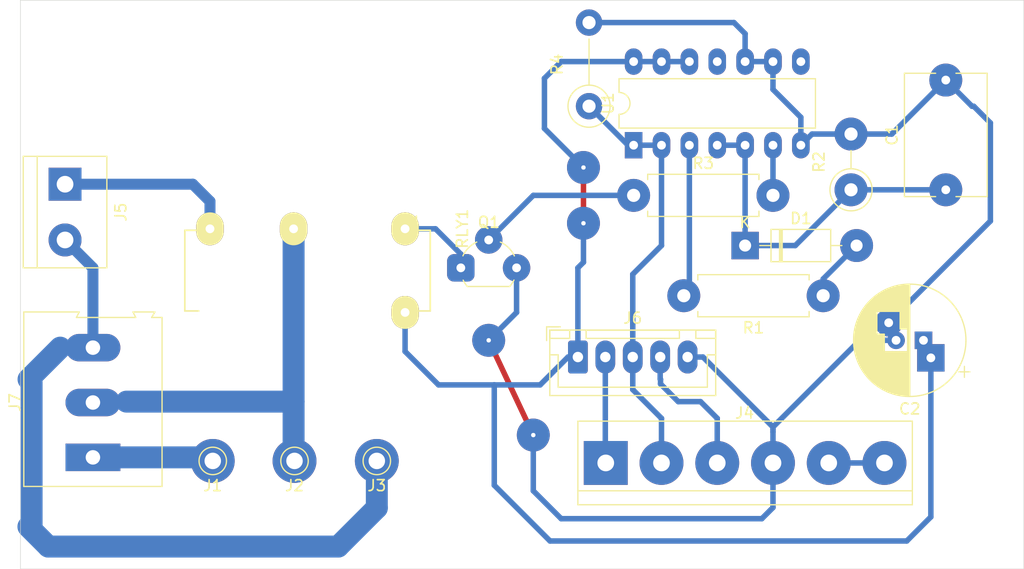
<source format=kicad_pcb>
(kicad_pcb (version 20171130) (host pcbnew 5.1.5)

  (general
    (thickness 1.6)
    (drawings 4)
    (tracks 116)
    (zones 0)
    (modules 17)
    (nets 19)
  )

  (page A4)
  (layers
    (0 F.Cu signal)
    (31 B.Cu signal)
    (32 B.Adhes user)
    (33 F.Adhes user)
    (34 B.Paste user)
    (35 F.Paste user)
    (36 B.SilkS user)
    (37 F.SilkS user)
    (38 B.Mask user)
    (39 F.Mask user)
    (40 Dwgs.User user)
    (41 Cmts.User user)
    (42 Eco1.User user)
    (43 Eco2.User user)
    (44 Edge.Cuts user)
    (45 Margin user)
    (46 B.CrtYd user)
    (47 F.CrtYd user)
    (48 B.Fab user)
    (49 F.Fab user)
  )

  (setup
    (last_trace_width 0.25)
    (user_trace_width 0.5)
    (user_trace_width 1)
    (user_trace_width 2)
    (trace_clearance 0.2)
    (zone_clearance 0.508)
    (zone_45_only no)
    (trace_min 0.2)
    (via_size 0.8)
    (via_drill 0.4)
    (via_min_size 0.4)
    (via_min_drill 0.3)
    (uvia_size 0.3)
    (uvia_drill 0.1)
    (uvias_allowed no)
    (uvia_min_size 0.2)
    (uvia_min_drill 0.1)
    (edge_width 0.05)
    (segment_width 0.2)
    (pcb_text_width 0.3)
    (pcb_text_size 1.5 1.5)
    (mod_edge_width 0.12)
    (mod_text_size 1 1)
    (mod_text_width 0.15)
    (pad_size 4 4)
    (pad_drill 1.5)
    (pad_to_mask_clearance 0.051)
    (solder_mask_min_width 0.25)
    (aux_axis_origin 0 0)
    (visible_elements FFFFFF7F)
    (pcbplotparams
      (layerselection 0x030fc_ffffffff)
      (usegerberextensions false)
      (usegerberattributes false)
      (usegerberadvancedattributes false)
      (creategerberjobfile false)
      (excludeedgelayer true)
      (linewidth 0.100000)
      (plotframeref false)
      (viasonmask false)
      (mode 1)
      (useauxorigin false)
      (hpglpennumber 1)
      (hpglpenspeed 20)
      (hpglpendiameter 15.000000)
      (psnegative false)
      (psa4output false)
      (plotreference true)
      (plotvalue true)
      (plotinvisibletext false)
      (padsonsilk false)
      (subtractmaskfromsilk false)
      (outputformat 1)
      (mirror false)
      (drillshape 0)
      (scaleselection 1)
      (outputdirectory "gerber"))
  )

  (net 0 "")
  (net 1 "Net-(C1-Pad1)")
  (net 2 GND)
  (net 3 +5V)
  (net 4 "Net-(D1-Pad2)")
  (net 5 "Net-(J1-Pad1)")
  (net 6 "Net-(J2-Pad1)")
  (net 7 "Net-(J3-Pad1)")
  (net 8 "Net-(J4-Pad2)")
  (net 9 "Net-(J4-Pad3)")
  (net 10 "Net-(J4-Pad1)")
  (net 11 "Net-(J4-Pad5)")
  (net 12 "Net-(J5-Pad1)")
  (net 13 "Net-(Q1-Pad2)")
  (net 14 RELAY)
  (net 15 "Net-(R1-Pad2)")
  (net 16 "Net-(R3-Pad2)")
  (net 17 "Net-(U1-Pad8)")
  (net 18 "Net-(U1-Pad11)")

  (net_class Default "This is the default net class."
    (clearance 0.2)
    (trace_width 0.25)
    (via_dia 0.8)
    (via_drill 0.4)
    (uvia_dia 0.3)
    (uvia_drill 0.1)
    (add_net +5V)
    (add_net GND)
    (add_net "Net-(C1-Pad1)")
    (add_net "Net-(D1-Pad2)")
    (add_net "Net-(J1-Pad1)")
    (add_net "Net-(J2-Pad1)")
    (add_net "Net-(J3-Pad1)")
    (add_net "Net-(J4-Pad1)")
    (add_net "Net-(J4-Pad2)")
    (add_net "Net-(J4-Pad3)")
    (add_net "Net-(J4-Pad5)")
    (add_net "Net-(J5-Pad1)")
    (add_net "Net-(Q1-Pad2)")
    (add_net "Net-(R1-Pad2)")
    (add_net "Net-(R3-Pad2)")
    (add_net "Net-(U1-Pad11)")
    (add_net "Net-(U1-Pad8)")
    (add_net RELAY)
  )

  (module Capacitor_THT:C_Rect_L11.0mm_W7.3mm_P10.00mm_MKT (layer F.Cu) (tedit 5DFBC8BF) (tstamp 5DFC0483)
    (at 149.352 50.292 90)
    (descr "C, Rect series, Radial, pin pitch=10.00mm, , length*width=11.0*7.3mm^2, Capacitor, https://en.tdk.eu/inf/20/20/db/fc_2009/MKT_B32560_564.pdf")
    (tags "C Rect series Radial pin pitch 10.00mm  length 11.0mm width 7.3mm Capacitor")
    (path /5DFD38A2)
    (fp_text reference C1 (at 5 -4.9 90) (layer F.SilkS)
      (effects (font (size 1 1) (thickness 0.15)))
    )
    (fp_text value 1u (at 5 4.9 90) (layer F.Fab)
      (effects (font (size 1 1) (thickness 0.15)))
    )
    (fp_line (start -0.5 -3.65) (end -0.5 3.65) (layer F.Fab) (width 0.1))
    (fp_line (start -0.5 3.65) (end 10.5 3.65) (layer F.Fab) (width 0.1))
    (fp_line (start 10.5 3.65) (end 10.5 -3.65) (layer F.Fab) (width 0.1))
    (fp_line (start 10.5 -3.65) (end -0.5 -3.65) (layer F.Fab) (width 0.1))
    (fp_line (start -0.62 -3.77) (end 10.62 -3.77) (layer F.SilkS) (width 0.12))
    (fp_line (start -0.62 3.77) (end 10.62 3.77) (layer F.SilkS) (width 0.12))
    (fp_line (start -0.62 -3.77) (end -0.62 -0.925) (layer F.SilkS) (width 0.12))
    (fp_line (start -0.62 0.925) (end -0.62 3.77) (layer F.SilkS) (width 0.12))
    (fp_line (start 10.62 -3.77) (end 10.62 -0.925) (layer F.SilkS) (width 0.12))
    (fp_line (start 10.62 0.925) (end 10.62 3.77) (layer F.SilkS) (width 0.12))
    (fp_line (start -1.05 -3.9) (end -1.05 3.9) (layer F.CrtYd) (width 0.05))
    (fp_line (start -1.05 3.9) (end 11.05 3.9) (layer F.CrtYd) (width 0.05))
    (fp_line (start 11.05 3.9) (end 11.05 -3.9) (layer F.CrtYd) (width 0.05))
    (fp_line (start 11.05 -3.9) (end -1.05 -3.9) (layer F.CrtYd) (width 0.05))
    (fp_text user %R (at 5 0 90) (layer F.Fab)
      (effects (font (size 1 1) (thickness 0.15)))
    )
    (pad 1 thru_hole circle (at 0 0 90) (size 3 3) (drill 0.8) (layers *.Cu *.Mask)
      (net 1 "Net-(C1-Pad1)"))
    (pad 2 thru_hole circle (at 10 0 90) (size 3 3) (drill 0.8) (layers *.Cu *.Mask)
      (net 2 GND))
    (model ${KISYS3DMOD}/Capacitor_THT.3dshapes/C_Rect_L11.0mm_W7.3mm_P10.00mm_MKT.wrl
      (at (xyz 0 0 0))
      (scale (xyz 1 1 1))
      (rotate (xyz 0 0 0))
    )
  )

  (module Capacitor_THT:CP_Radial_D10.0mm_P2.50mm_P5.00mm (layer F.Cu) (tedit 5DFBC943) (tstamp 5DFC0558)
    (at 147.32 64.008 180)
    (descr "CP, Radial series, Radial, pin pitch=2.50mm 5.00mm, , diameter=10mm, Electrolytic Capacitor")
    (tags "CP Radial series Radial pin pitch 2.50mm 5.00mm  diameter 10mm Electrolytic Capacitor")
    (path /5DFE5835)
    (fp_text reference C2 (at 1.25 -6.25) (layer F.SilkS)
      (effects (font (size 1 1) (thickness 0.15)))
    )
    (fp_text value 100u (at 1.25 6.25) (layer F.Fab)
      (effects (font (size 1 1) (thickness 0.15)))
    )
    (fp_circle (center 1.25 0) (end 6.25 0) (layer F.Fab) (width 0.1))
    (fp_circle (center 1.25 0) (end 6.37 0) (layer F.SilkS) (width 0.12))
    (fp_circle (center 1.25 0) (end 6.5 0) (layer F.CrtYd) (width 0.05))
    (fp_line (start -3.038861 -2.1875) (end -2.038861 -2.1875) (layer F.Fab) (width 0.1))
    (fp_line (start -2.538861 -2.6875) (end -2.538861 -1.6875) (layer F.Fab) (width 0.1))
    (fp_line (start 1.25 -5.08) (end 1.25 5.08) (layer F.SilkS) (width 0.12))
    (fp_line (start 1.29 -5.08) (end 1.29 5.08) (layer F.SilkS) (width 0.12))
    (fp_line (start 1.33 -5.08) (end 1.33 5.08) (layer F.SilkS) (width 0.12))
    (fp_line (start 1.37 -5.079) (end 1.37 5.079) (layer F.SilkS) (width 0.12))
    (fp_line (start 1.41 -5.078) (end 1.41 5.078) (layer F.SilkS) (width 0.12))
    (fp_line (start 1.45 -5.077) (end 1.45 5.077) (layer F.SilkS) (width 0.12))
    (fp_line (start 1.49 -5.075) (end 1.49 -1.04) (layer F.SilkS) (width 0.12))
    (fp_line (start 1.49 1.04) (end 1.49 5.075) (layer F.SilkS) (width 0.12))
    (fp_line (start 1.53 -5.073) (end 1.53 -1.04) (layer F.SilkS) (width 0.12))
    (fp_line (start 1.53 1.04) (end 1.53 5.073) (layer F.SilkS) (width 0.12))
    (fp_line (start 1.57 -5.07) (end 1.57 -1.04) (layer F.SilkS) (width 0.12))
    (fp_line (start 1.57 1.04) (end 1.57 5.07) (layer F.SilkS) (width 0.12))
    (fp_line (start 1.61 -5.068) (end 1.61 -1.04) (layer F.SilkS) (width 0.12))
    (fp_line (start 1.61 1.04) (end 1.61 5.068) (layer F.SilkS) (width 0.12))
    (fp_line (start 1.65 -5.065) (end 1.65 -1.04) (layer F.SilkS) (width 0.12))
    (fp_line (start 1.65 1.04) (end 1.65 5.065) (layer F.SilkS) (width 0.12))
    (fp_line (start 1.69 -5.062) (end 1.69 -1.04) (layer F.SilkS) (width 0.12))
    (fp_line (start 1.69 1.04) (end 1.69 5.062) (layer F.SilkS) (width 0.12))
    (fp_line (start 1.73 -5.058) (end 1.73 -1.04) (layer F.SilkS) (width 0.12))
    (fp_line (start 1.73 1.04) (end 1.73 5.058) (layer F.SilkS) (width 0.12))
    (fp_line (start 1.77 -5.054) (end 1.77 -1.04) (layer F.SilkS) (width 0.12))
    (fp_line (start 1.77 1.04) (end 1.77 5.054) (layer F.SilkS) (width 0.12))
    (fp_line (start 1.81 -5.05) (end 1.81 -1.04) (layer F.SilkS) (width 0.12))
    (fp_line (start 1.81 1.04) (end 1.81 5.05) (layer F.SilkS) (width 0.12))
    (fp_line (start 1.85 -5.045) (end 1.85 -1.04) (layer F.SilkS) (width 0.12))
    (fp_line (start 1.85 1.04) (end 1.85 5.045) (layer F.SilkS) (width 0.12))
    (fp_line (start 1.89 -5.04) (end 1.89 -1.04) (layer F.SilkS) (width 0.12))
    (fp_line (start 1.89 1.04) (end 1.89 5.04) (layer F.SilkS) (width 0.12))
    (fp_line (start 1.93 -5.035) (end 1.93 -1.04) (layer F.SilkS) (width 0.12))
    (fp_line (start 1.93 1.04) (end 1.93 5.035) (layer F.SilkS) (width 0.12))
    (fp_line (start 1.971 -5.03) (end 1.971 -1.04) (layer F.SilkS) (width 0.12))
    (fp_line (start 1.971 1.04) (end 1.971 5.03) (layer F.SilkS) (width 0.12))
    (fp_line (start 2.011 -5.024) (end 2.011 -1.04) (layer F.SilkS) (width 0.12))
    (fp_line (start 2.011 1.04) (end 2.011 5.024) (layer F.SilkS) (width 0.12))
    (fp_line (start 2.051 -5.018) (end 2.051 -1.04) (layer F.SilkS) (width 0.12))
    (fp_line (start 2.051 1.04) (end 2.051 5.018) (layer F.SilkS) (width 0.12))
    (fp_line (start 2.091 -5.011) (end 2.091 -1.04) (layer F.SilkS) (width 0.12))
    (fp_line (start 2.091 1.04) (end 2.091 5.011) (layer F.SilkS) (width 0.12))
    (fp_line (start 2.131 -5.004) (end 2.131 -1.04) (layer F.SilkS) (width 0.12))
    (fp_line (start 2.131 1.04) (end 2.131 5.004) (layer F.SilkS) (width 0.12))
    (fp_line (start 2.171 -4.997) (end 2.171 -1.04) (layer F.SilkS) (width 0.12))
    (fp_line (start 2.171 2.64) (end 2.171 4.997) (layer F.SilkS) (width 0.12))
    (fp_line (start 2.211 -4.99) (end 2.211 -1.04) (layer F.SilkS) (width 0.12))
    (fp_line (start 2.211 2.64) (end 2.211 4.99) (layer F.SilkS) (width 0.12))
    (fp_line (start 2.251 -4.982) (end 2.251 -1.04) (layer F.SilkS) (width 0.12))
    (fp_line (start 2.251 2.64) (end 2.251 4.982) (layer F.SilkS) (width 0.12))
    (fp_line (start 2.291 -4.974) (end 2.291 -1.04) (layer F.SilkS) (width 0.12))
    (fp_line (start 2.291 2.64) (end 2.291 4.974) (layer F.SilkS) (width 0.12))
    (fp_line (start 2.331 -4.965) (end 2.331 -1.04) (layer F.SilkS) (width 0.12))
    (fp_line (start 2.331 2.64) (end 2.331 4.965) (layer F.SilkS) (width 0.12))
    (fp_line (start 2.371 -4.956) (end 2.371 -1.04) (layer F.SilkS) (width 0.12))
    (fp_line (start 2.371 2.64) (end 2.371 4.956) (layer F.SilkS) (width 0.12))
    (fp_line (start 2.411 -4.947) (end 2.411 -1.04) (layer F.SilkS) (width 0.12))
    (fp_line (start 2.411 2.64) (end 2.411 4.947) (layer F.SilkS) (width 0.12))
    (fp_line (start 2.451 -4.938) (end 2.451 -1.04) (layer F.SilkS) (width 0.12))
    (fp_line (start 2.451 2.64) (end 2.451 4.938) (layer F.SilkS) (width 0.12))
    (fp_line (start 2.491 -4.928) (end 2.491 -1.04) (layer F.SilkS) (width 0.12))
    (fp_line (start 2.491 2.64) (end 2.491 4.928) (layer F.SilkS) (width 0.12))
    (fp_line (start 2.531 -4.918) (end 2.531 -1.04) (layer F.SilkS) (width 0.12))
    (fp_line (start 2.531 2.64) (end 2.531 4.918) (layer F.SilkS) (width 0.12))
    (fp_line (start 2.571 -4.907) (end 2.571 -1.04) (layer F.SilkS) (width 0.12))
    (fp_line (start 2.571 2.64) (end 2.571 4.907) (layer F.SilkS) (width 0.12))
    (fp_line (start 2.611 -4.897) (end 2.611 -1.04) (layer F.SilkS) (width 0.12))
    (fp_line (start 2.611 2.64) (end 2.611 4.897) (layer F.SilkS) (width 0.12))
    (fp_line (start 2.651 -4.885) (end 2.651 -1.04) (layer F.SilkS) (width 0.12))
    (fp_line (start 2.651 2.64) (end 2.651 4.885) (layer F.SilkS) (width 0.12))
    (fp_line (start 2.691 -4.874) (end 2.691 -1.04) (layer F.SilkS) (width 0.12))
    (fp_line (start 2.691 2.64) (end 2.691 4.874) (layer F.SilkS) (width 0.12))
    (fp_line (start 2.731 -4.862) (end 2.731 -1.04) (layer F.SilkS) (width 0.12))
    (fp_line (start 2.731 2.64) (end 2.731 4.862) (layer F.SilkS) (width 0.12))
    (fp_line (start 2.771 -4.85) (end 2.771 -1.04) (layer F.SilkS) (width 0.12))
    (fp_line (start 2.771 2.64) (end 2.771 4.85) (layer F.SilkS) (width 0.12))
    (fp_line (start 2.811 -4.837) (end 2.811 -1.04) (layer F.SilkS) (width 0.12))
    (fp_line (start 2.811 2.64) (end 2.811 4.837) (layer F.SilkS) (width 0.12))
    (fp_line (start 2.851 -4.824) (end 2.851 -1.04) (layer F.SilkS) (width 0.12))
    (fp_line (start 2.851 2.64) (end 2.851 4.824) (layer F.SilkS) (width 0.12))
    (fp_line (start 2.891 -4.811) (end 2.891 -1.04) (layer F.SilkS) (width 0.12))
    (fp_line (start 2.891 2.64) (end 2.891 4.811) (layer F.SilkS) (width 0.12))
    (fp_line (start 2.931 -4.797) (end 2.931 -1.04) (layer F.SilkS) (width 0.12))
    (fp_line (start 2.931 2.64) (end 2.931 4.797) (layer F.SilkS) (width 0.12))
    (fp_line (start 2.971 -4.783) (end 2.971 -1.04) (layer F.SilkS) (width 0.12))
    (fp_line (start 2.971 2.64) (end 2.971 4.783) (layer F.SilkS) (width 0.12))
    (fp_line (start 3.011 -4.768) (end 3.011 -1.04) (layer F.SilkS) (width 0.12))
    (fp_line (start 3.011 2.64) (end 3.011 4.768) (layer F.SilkS) (width 0.12))
    (fp_line (start 3.051 -4.754) (end 3.051 -1.04) (layer F.SilkS) (width 0.12))
    (fp_line (start 3.051 2.64) (end 3.051 4.754) (layer F.SilkS) (width 0.12))
    (fp_line (start 3.091 -4.738) (end 3.091 -1.04) (layer F.SilkS) (width 0.12))
    (fp_line (start 3.091 2.64) (end 3.091 4.738) (layer F.SilkS) (width 0.12))
    (fp_line (start 3.131 -4.723) (end 3.131 -1.04) (layer F.SilkS) (width 0.12))
    (fp_line (start 3.131 2.64) (end 3.131 4.723) (layer F.SilkS) (width 0.12))
    (fp_line (start 3.171 -4.707) (end 3.171 -1.04) (layer F.SilkS) (width 0.12))
    (fp_line (start 3.171 2.64) (end 3.171 4.707) (layer F.SilkS) (width 0.12))
    (fp_line (start 3.211 -4.69) (end 3.211 -1.04) (layer F.SilkS) (width 0.12))
    (fp_line (start 3.211 2.64) (end 3.211 4.69) (layer F.SilkS) (width 0.12))
    (fp_line (start 3.251 -4.674) (end 3.251 -1.04) (layer F.SilkS) (width 0.12))
    (fp_line (start 3.251 2.64) (end 3.251 4.674) (layer F.SilkS) (width 0.12))
    (fp_line (start 3.291 -4.657) (end 3.291 -1.04) (layer F.SilkS) (width 0.12))
    (fp_line (start 3.291 2.64) (end 3.291 4.657) (layer F.SilkS) (width 0.12))
    (fp_line (start 3.331 -4.639) (end 3.331 -1.04) (layer F.SilkS) (width 0.12))
    (fp_line (start 3.331 2.64) (end 3.331 4.639) (layer F.SilkS) (width 0.12))
    (fp_line (start 3.371 -4.621) (end 3.371 -1.04) (layer F.SilkS) (width 0.12))
    (fp_line (start 3.371 2.64) (end 3.371 4.621) (layer F.SilkS) (width 0.12))
    (fp_line (start 3.411 -4.603) (end 3.411 -1.04) (layer F.SilkS) (width 0.12))
    (fp_line (start 3.411 2.64) (end 3.411 4.603) (layer F.SilkS) (width 0.12))
    (fp_line (start 3.451 -4.584) (end 3.451 -1.04) (layer F.SilkS) (width 0.12))
    (fp_line (start 3.451 2.64) (end 3.451 4.584) (layer F.SilkS) (width 0.12))
    (fp_line (start 3.491 -4.564) (end 3.491 -1.04) (layer F.SilkS) (width 0.12))
    (fp_line (start 3.491 2.64) (end 3.491 4.564) (layer F.SilkS) (width 0.12))
    (fp_line (start 3.531 -4.545) (end 3.531 -1.04) (layer F.SilkS) (width 0.12))
    (fp_line (start 3.531 2.64) (end 3.531 4.545) (layer F.SilkS) (width 0.12))
    (fp_line (start 3.571 -4.525) (end 3.571 0.56) (layer F.SilkS) (width 0.12))
    (fp_line (start 3.571 2.64) (end 3.571 4.525) (layer F.SilkS) (width 0.12))
    (fp_line (start 3.611 -4.504) (end 3.611 0.56) (layer F.SilkS) (width 0.12))
    (fp_line (start 3.611 2.64) (end 3.611 4.504) (layer F.SilkS) (width 0.12))
    (fp_line (start 3.651 -4.483) (end 3.651 0.56) (layer F.SilkS) (width 0.12))
    (fp_line (start 3.651 2.64) (end 3.651 4.483) (layer F.SilkS) (width 0.12))
    (fp_line (start 3.691 -4.462) (end 3.691 0.56) (layer F.SilkS) (width 0.12))
    (fp_line (start 3.691 2.64) (end 3.691 4.462) (layer F.SilkS) (width 0.12))
    (fp_line (start 3.731 -4.44) (end 3.731 0.56) (layer F.SilkS) (width 0.12))
    (fp_line (start 3.731 2.64) (end 3.731 4.44) (layer F.SilkS) (width 0.12))
    (fp_line (start 3.771 -4.417) (end 3.771 0.56) (layer F.SilkS) (width 0.12))
    (fp_line (start 3.771 2.64) (end 3.771 4.417) (layer F.SilkS) (width 0.12))
    (fp_line (start 3.811 -4.395) (end 3.811 0.56) (layer F.SilkS) (width 0.12))
    (fp_line (start 3.811 2.64) (end 3.811 4.395) (layer F.SilkS) (width 0.12))
    (fp_line (start 3.851 -4.371) (end 3.851 0.56) (layer F.SilkS) (width 0.12))
    (fp_line (start 3.851 2.64) (end 3.851 4.371) (layer F.SilkS) (width 0.12))
    (fp_line (start 3.891 -4.347) (end 3.891 0.56) (layer F.SilkS) (width 0.12))
    (fp_line (start 3.891 2.64) (end 3.891 4.347) (layer F.SilkS) (width 0.12))
    (fp_line (start 3.931 -4.323) (end 3.931 0.56) (layer F.SilkS) (width 0.12))
    (fp_line (start 3.931 2.64) (end 3.931 4.323) (layer F.SilkS) (width 0.12))
    (fp_line (start 3.971 -4.298) (end 3.971 0.56) (layer F.SilkS) (width 0.12))
    (fp_line (start 3.971 2.64) (end 3.971 4.298) (layer F.SilkS) (width 0.12))
    (fp_line (start 4.011 -4.273) (end 4.011 0.56) (layer F.SilkS) (width 0.12))
    (fp_line (start 4.011 2.64) (end 4.011 4.273) (layer F.SilkS) (width 0.12))
    (fp_line (start 4.051 -4.247) (end 4.051 0.56) (layer F.SilkS) (width 0.12))
    (fp_line (start 4.051 2.64) (end 4.051 4.247) (layer F.SilkS) (width 0.12))
    (fp_line (start 4.091 -4.221) (end 4.091 0.56) (layer F.SilkS) (width 0.12))
    (fp_line (start 4.091 2.64) (end 4.091 4.221) (layer F.SilkS) (width 0.12))
    (fp_line (start 4.131 -4.194) (end 4.131 0.56) (layer F.SilkS) (width 0.12))
    (fp_line (start 4.131 2.64) (end 4.131 4.194) (layer F.SilkS) (width 0.12))
    (fp_line (start 4.171 -4.166) (end 4.171 0.56) (layer F.SilkS) (width 0.12))
    (fp_line (start 4.171 2.64) (end 4.171 4.166) (layer F.SilkS) (width 0.12))
    (fp_line (start 4.211 -4.138) (end 4.211 0.56) (layer F.SilkS) (width 0.12))
    (fp_line (start 4.211 2.64) (end 4.211 4.138) (layer F.SilkS) (width 0.12))
    (fp_line (start 4.251 -4.11) (end 4.251 4.11) (layer F.SilkS) (width 0.12))
    (fp_line (start 4.291 -4.08) (end 4.291 4.08) (layer F.SilkS) (width 0.12))
    (fp_line (start 4.331 -4.05) (end 4.331 4.05) (layer F.SilkS) (width 0.12))
    (fp_line (start 4.371 -4.02) (end 4.371 4.02) (layer F.SilkS) (width 0.12))
    (fp_line (start 4.411 -3.989) (end 4.411 3.989) (layer F.SilkS) (width 0.12))
    (fp_line (start 4.451 -3.957) (end 4.451 3.957) (layer F.SilkS) (width 0.12))
    (fp_line (start 4.491 -3.925) (end 4.491 3.925) (layer F.SilkS) (width 0.12))
    (fp_line (start 4.531 -3.892) (end 4.531 3.892) (layer F.SilkS) (width 0.12))
    (fp_line (start 4.571 -3.858) (end 4.571 3.858) (layer F.SilkS) (width 0.12))
    (fp_line (start 4.611 -3.824) (end 4.611 3.824) (layer F.SilkS) (width 0.12))
    (fp_line (start 4.651 -3.789) (end 4.651 3.789) (layer F.SilkS) (width 0.12))
    (fp_line (start 4.691 -3.753) (end 4.691 3.753) (layer F.SilkS) (width 0.12))
    (fp_line (start 4.731 -3.716) (end 4.731 3.716) (layer F.SilkS) (width 0.12))
    (fp_line (start 4.771 -3.679) (end 4.771 3.679) (layer F.SilkS) (width 0.12))
    (fp_line (start 4.811 -3.64) (end 4.811 3.64) (layer F.SilkS) (width 0.12))
    (fp_line (start 4.851 -3.601) (end 4.851 3.601) (layer F.SilkS) (width 0.12))
    (fp_line (start 4.891 -3.561) (end 4.891 3.561) (layer F.SilkS) (width 0.12))
    (fp_line (start 4.931 -3.52) (end 4.931 3.52) (layer F.SilkS) (width 0.12))
    (fp_line (start 4.971 -3.478) (end 4.971 3.478) (layer F.SilkS) (width 0.12))
    (fp_line (start 5.011 -3.436) (end 5.011 3.436) (layer F.SilkS) (width 0.12))
    (fp_line (start 5.051 -3.392) (end 5.051 3.392) (layer F.SilkS) (width 0.12))
    (fp_line (start 5.091 -3.347) (end 5.091 3.347) (layer F.SilkS) (width 0.12))
    (fp_line (start 5.131 -3.301) (end 5.131 3.301) (layer F.SilkS) (width 0.12))
    (fp_line (start 5.171 -3.254) (end 5.171 3.254) (layer F.SilkS) (width 0.12))
    (fp_line (start 5.211 -3.206) (end 5.211 3.206) (layer F.SilkS) (width 0.12))
    (fp_line (start 5.251 -3.156) (end 5.251 3.156) (layer F.SilkS) (width 0.12))
    (fp_line (start 5.291 -3.106) (end 5.291 3.106) (layer F.SilkS) (width 0.12))
    (fp_line (start 5.331 -3.054) (end 5.331 3.054) (layer F.SilkS) (width 0.12))
    (fp_line (start 5.371 -3) (end 5.371 3) (layer F.SilkS) (width 0.12))
    (fp_line (start 5.411 -2.945) (end 5.411 2.945) (layer F.SilkS) (width 0.12))
    (fp_line (start 5.451 -2.889) (end 5.451 2.889) (layer F.SilkS) (width 0.12))
    (fp_line (start 5.491 -2.83) (end 5.491 2.83) (layer F.SilkS) (width 0.12))
    (fp_line (start 5.531 -2.77) (end 5.531 2.77) (layer F.SilkS) (width 0.12))
    (fp_line (start 5.571 -2.709) (end 5.571 2.709) (layer F.SilkS) (width 0.12))
    (fp_line (start 5.611 -2.645) (end 5.611 2.645) (layer F.SilkS) (width 0.12))
    (fp_line (start 5.651 -2.579) (end 5.651 2.579) (layer F.SilkS) (width 0.12))
    (fp_line (start 5.691 -2.51) (end 5.691 2.51) (layer F.SilkS) (width 0.12))
    (fp_line (start 5.731 -2.439) (end 5.731 2.439) (layer F.SilkS) (width 0.12))
    (fp_line (start 5.771 -2.365) (end 5.771 2.365) (layer F.SilkS) (width 0.12))
    (fp_line (start 5.811 -2.289) (end 5.811 2.289) (layer F.SilkS) (width 0.12))
    (fp_line (start 5.851 -2.209) (end 5.851 2.209) (layer F.SilkS) (width 0.12))
    (fp_line (start 5.891 -2.125) (end 5.891 2.125) (layer F.SilkS) (width 0.12))
    (fp_line (start 5.931 -2.037) (end 5.931 2.037) (layer F.SilkS) (width 0.12))
    (fp_line (start 5.971 -1.944) (end 5.971 1.944) (layer F.SilkS) (width 0.12))
    (fp_line (start 6.011 -1.846) (end 6.011 1.846) (layer F.SilkS) (width 0.12))
    (fp_line (start 6.051 -1.742) (end 6.051 1.742) (layer F.SilkS) (width 0.12))
    (fp_line (start 6.091 -1.63) (end 6.091 1.63) (layer F.SilkS) (width 0.12))
    (fp_line (start 6.131 -1.51) (end 6.131 1.51) (layer F.SilkS) (width 0.12))
    (fp_line (start 6.171 -1.378) (end 6.171 1.378) (layer F.SilkS) (width 0.12))
    (fp_line (start 6.211 -1.23) (end 6.211 1.23) (layer F.SilkS) (width 0.12))
    (fp_line (start 6.251 -1.062) (end 6.251 1.062) (layer F.SilkS) (width 0.12))
    (fp_line (start 6.291 -0.862) (end 6.291 0.862) (layer F.SilkS) (width 0.12))
    (fp_line (start 6.331 -0.599) (end 6.331 0.599) (layer F.SilkS) (width 0.12))
    (fp_line (start -4.229646 -2.875) (end -3.229646 -2.875) (layer F.SilkS) (width 0.12))
    (fp_line (start -3.729646 -3.375) (end -3.729646 -2.375) (layer F.SilkS) (width 0.12))
    (fp_text user %R (at 1.25 0) (layer F.Fab)
      (effects (font (size 1 1) (thickness 0.15)))
    )
    (pad 1 thru_hole rect (at 0 0 180) (size 1.6 1.6) (drill 0.8) (layers *.Cu *.Mask)
      (net 3 +5V))
    (pad 2 thru_hole circle (at 2.5 0 180) (size 1.6 1.6) (drill 0.8) (layers *.Cu *.Mask)
      (net 2 GND))
    (pad 1 thru_hole rect (at -0.670937 -1.6 180) (size 2.5 2.5) (drill 0.8) (layers *.Cu *.Mask)
      (net 3 +5V))
    (pad 2 thru_hole circle (at 3.170937 1.6 180) (size 2.5 2.5) (drill 0.8) (layers *.Cu *.Mask)
      (net 2 GND))
    (model ${KISYS3DMOD}/Capacitor_THT.3dshapes/CP_Radial_D10.0mm_P2.50mm_P5.00mm.wrl
      (at (xyz 0 0 0))
      (scale (xyz 1 1 1))
      (rotate (xyz 0 0 0))
    )
  )

  (module Diode_THT:D_DO-41_SOD81_P10.16mm_Horizontal (layer F.Cu) (tedit 5DFBCCD2) (tstamp 5DFC0577)
    (at 131.064 55.372)
    (descr "Diode, DO-41_SOD81 series, Axial, Horizontal, pin pitch=10.16mm, , length*diameter=5.2*2.7mm^2, , http://www.diodes.com/_files/packages/DO-41%20(Plastic).pdf")
    (tags "Diode DO-41_SOD81 series Axial Horizontal pin pitch 10.16mm  length 5.2mm diameter 2.7mm")
    (path /5DFD340D)
    (fp_text reference D1 (at 5.08 -2.47) (layer F.SilkS)
      (effects (font (size 1 1) (thickness 0.15)))
    )
    (fp_text value 1N4148 (at 5.08 2.47) (layer F.Fab)
      (effects (font (size 1 1) (thickness 0.15)))
    )
    (fp_line (start 2.48 -1.35) (end 2.48 1.35) (layer F.Fab) (width 0.1))
    (fp_line (start 2.48 1.35) (end 7.68 1.35) (layer F.Fab) (width 0.1))
    (fp_line (start 7.68 1.35) (end 7.68 -1.35) (layer F.Fab) (width 0.1))
    (fp_line (start 7.68 -1.35) (end 2.48 -1.35) (layer F.Fab) (width 0.1))
    (fp_line (start 0 0) (end 2.48 0) (layer F.Fab) (width 0.1))
    (fp_line (start 10.16 0) (end 7.68 0) (layer F.Fab) (width 0.1))
    (fp_line (start 3.26 -1.35) (end 3.26 1.35) (layer F.Fab) (width 0.1))
    (fp_line (start 3.36 -1.35) (end 3.36 1.35) (layer F.Fab) (width 0.1))
    (fp_line (start 3.16 -1.35) (end 3.16 1.35) (layer F.Fab) (width 0.1))
    (fp_line (start 2.36 -1.47) (end 2.36 1.47) (layer F.SilkS) (width 0.12))
    (fp_line (start 2.36 1.47) (end 7.8 1.47) (layer F.SilkS) (width 0.12))
    (fp_line (start 7.8 1.47) (end 7.8 -1.47) (layer F.SilkS) (width 0.12))
    (fp_line (start 7.8 -1.47) (end 2.36 -1.47) (layer F.SilkS) (width 0.12))
    (fp_line (start 1.34 0) (end 2.36 0) (layer F.SilkS) (width 0.12))
    (fp_line (start 8.82 0) (end 7.8 0) (layer F.SilkS) (width 0.12))
    (fp_line (start 3.26 -1.47) (end 3.26 1.47) (layer F.SilkS) (width 0.12))
    (fp_line (start 3.38 -1.47) (end 3.38 1.47) (layer F.SilkS) (width 0.12))
    (fp_line (start 3.14 -1.47) (end 3.14 1.47) (layer F.SilkS) (width 0.12))
    (fp_line (start -1.35 -1.6) (end -1.35 1.6) (layer F.CrtYd) (width 0.05))
    (fp_line (start -1.35 1.6) (end 11.51 1.6) (layer F.CrtYd) (width 0.05))
    (fp_line (start 11.51 1.6) (end 11.51 -1.6) (layer F.CrtYd) (width 0.05))
    (fp_line (start 11.51 -1.6) (end -1.35 -1.6) (layer F.CrtYd) (width 0.05))
    (fp_text user %R (at 5.47 0) (layer F.Fab)
      (effects (font (size 1 1) (thickness 0.15)))
    )
    (fp_text user K (at 0 -2.1) (layer F.Fab)
      (effects (font (size 1 1) (thickness 0.15)))
    )
    (fp_text user K (at 0 -2.1) (layer F.SilkS)
      (effects (font (size 1 1) (thickness 0.15)))
    )
    (pad 1 thru_hole rect (at 0 0) (size 2.5 2.5) (drill 1.1) (layers *.Cu *.Mask)
      (net 1 "Net-(C1-Pad1)"))
    (pad 2 thru_hole oval (at 10.16 0) (size 3 3) (drill 1.1) (layers *.Cu *.Mask)
      (net 4 "Net-(D1-Pad2)"))
    (model ${KISYS3DMOD}/Diode_THT.3dshapes/D_DO-41_SOD81_P10.16mm_Horizontal.wrl
      (at (xyz 0 0 0))
      (scale (xyz 1 1 1))
      (rotate (xyz 0 0 0))
    )
  )

  (module Connector_Pin:Pin_D1.0mm_L10.0mm (layer F.Cu) (tedit 5E0CEF98) (tstamp 5DFC0581)
    (at 82.55 75)
    (descr "solder Pin_ diameter 1.0mm, hole diameter 1.0mm (press fit), length 10.0mm")
    (tags "solder Pin_ press fit")
    (path /5DFF8675)
    (fp_text reference J1 (at 0 2.25) (layer F.SilkS)
      (effects (font (size 1 1) (thickness 0.15)))
    )
    (fp_text value Conn_01x01 (at 0 -2.05) (layer F.Fab)
      (effects (font (size 1 1) (thickness 0.15)))
    )
    (fp_text user %R (at 0 2.25) (layer F.Fab)
      (effects (font (size 1 1) (thickness 0.15)))
    )
    (fp_circle (center 0 0) (end 1.5 0) (layer F.CrtYd) (width 0.05))
    (fp_circle (center 0 0) (end 0.5 0) (layer F.Fab) (width 0.12))
    (fp_circle (center 0 0) (end 1 0) (layer F.Fab) (width 0.12))
    (fp_circle (center 0 0) (end 1.25 0.05) (layer F.SilkS) (width 0.12))
    (pad 1 thru_hole circle (at 0 0) (size 4 4) (drill 1.5) (layers *.Cu *.Mask)
      (net 5 "Net-(J1-Pad1)"))
    (model ${KISYS3DMOD}/Connector_Pin.3dshapes/Pin_D1.0mm_L10.0mm.wrl
      (at (xyz 0 0 0))
      (scale (xyz 1 1 1))
      (rotate (xyz 0 0 0))
    )
  )

  (module Connector_Pin:Pin_D1.0mm_L10.0mm (layer F.Cu) (tedit 5E0CEFA1) (tstamp 5DFC058B)
    (at 90 75)
    (descr "solder Pin_ diameter 1.0mm, hole diameter 1.0mm (press fit), length 10.0mm")
    (tags "solder Pin_ press fit")
    (path /5DFF6240)
    (fp_text reference J2 (at 0 2.25) (layer F.SilkS)
      (effects (font (size 1 1) (thickness 0.15)))
    )
    (fp_text value Conn_01x01 (at 0 -2.05) (layer F.Fab)
      (effects (font (size 1 1) (thickness 0.15)))
    )
    (fp_text user %R (at 0 2.25) (layer F.Fab)
      (effects (font (size 1 1) (thickness 0.15)))
    )
    (fp_circle (center 0 0) (end 1.5 0) (layer F.CrtYd) (width 0.05))
    (fp_circle (center 0 0) (end 0.5 0) (layer F.Fab) (width 0.12))
    (fp_circle (center 0 0) (end 1 0) (layer F.Fab) (width 0.12))
    (fp_circle (center 0 0) (end 1.25 0.05) (layer F.SilkS) (width 0.12))
    (pad 1 thru_hole circle (at 0 0) (size 4 4) (drill 1.5) (layers *.Cu *.Mask)
      (net 6 "Net-(J2-Pad1)"))
    (model ${KISYS3DMOD}/Connector_Pin.3dshapes/Pin_D1.0mm_L10.0mm.wrl
      (at (xyz 0 0 0))
      (scale (xyz 1 1 1))
      (rotate (xyz 0 0 0))
    )
  )

  (module Connector_Pin:Pin_D1.0mm_L10.0mm (layer F.Cu) (tedit 5E0CEFA7) (tstamp 5DFC0595)
    (at 97.5 75)
    (descr "solder Pin_ diameter 1.0mm, hole diameter 1.0mm (press fit), length 10.0mm")
    (tags "solder Pin_ press fit")
    (path /5DFF6A5B)
    (fp_text reference J3 (at 0 2.25) (layer F.SilkS)
      (effects (font (size 1 1) (thickness 0.15)))
    )
    (fp_text value Conn_01x01 (at 0 -2.05) (layer F.Fab)
      (effects (font (size 1 1) (thickness 0.15)))
    )
    (fp_circle (center 0 0) (end 1.25 0.05) (layer F.SilkS) (width 0.12))
    (fp_circle (center 0 0) (end 1 0) (layer F.Fab) (width 0.12))
    (fp_circle (center 0 0) (end 0.5 0) (layer F.Fab) (width 0.12))
    (fp_circle (center 0 0) (end 1.5 0) (layer F.CrtYd) (width 0.05))
    (fp_text user %R (at 0 2.25) (layer F.Fab)
      (effects (font (size 1 1) (thickness 0.15)))
    )
    (pad 1 thru_hole circle (at 0 0) (size 4 4) (drill 1.5) (layers *.Cu *.Mask)
      (net 7 "Net-(J3-Pad1)"))
    (model ${KISYS3DMOD}/Connector_Pin.3dshapes/Pin_D1.0mm_L10.0mm.wrl
      (at (xyz 0 0 0))
      (scale (xyz 1 1 1))
      (rotate (xyz 0 0 0))
    )
  )

  (module TerminalBlock:TerminalBlock_bornier-6_P5.08mm (layer F.Cu) (tedit 5DFBC92B) (tstamp 5DFC05AE)
    (at 118.364 75.184)
    (descr "simple 6pin terminal block, pitch 5.08mm, revamped version of bornier6")
    (tags "terminal block bornier6")
    (path /5DFBC293)
    (fp_text reference J4 (at 12.65 -4.55) (layer F.SilkS)
      (effects (font (size 1 1) (thickness 0.15)))
    )
    (fp_text value Conn_01x06 (at 12.7 4.75) (layer F.Fab)
      (effects (font (size 1 1) (thickness 0.15)))
    )
    (fp_text user %R (at 12.7 0) (layer F.Fab)
      (effects (font (size 1 1) (thickness 0.15)))
    )
    (fp_line (start -2.5 2.55) (end 27.9 2.55) (layer F.Fab) (width 0.1))
    (fp_line (start -2.5 -3.75) (end -2.5 3.75) (layer F.Fab) (width 0.1))
    (fp_line (start -2.5 3.75) (end 27.9 3.75) (layer F.Fab) (width 0.1))
    (fp_line (start 27.9 3.75) (end 27.9 -3.75) (layer F.Fab) (width 0.1))
    (fp_line (start 27.9 -3.75) (end -2.5 -3.75) (layer F.Fab) (width 0.1))
    (fp_line (start -2.54 -3.81) (end -2.54 3.81) (layer F.SilkS) (width 0.12))
    (fp_line (start 27.94 3.81) (end 27.94 -3.81) (layer F.SilkS) (width 0.12))
    (fp_line (start -2.54 2.54) (end 27.94 2.54) (layer F.SilkS) (width 0.12))
    (fp_line (start -2.54 -3.81) (end 27.94 -3.81) (layer F.SilkS) (width 0.12))
    (fp_line (start -2.54 3.81) (end 27.94 3.81) (layer F.SilkS) (width 0.12))
    (fp_line (start -2.75 -4) (end 28.15 -4) (layer F.CrtYd) (width 0.05))
    (fp_line (start -2.75 -4) (end -2.75 4) (layer F.CrtYd) (width 0.05))
    (fp_line (start 28.15 4) (end 28.15 -4) (layer F.CrtYd) (width 0.05))
    (fp_line (start 28.15 4) (end -2.75 4) (layer F.CrtYd) (width 0.05))
    (pad 2 thru_hole circle (at 5.08 0) (size 4 4) (drill 1.52) (layers *.Cu *.Mask)
      (net 8 "Net-(J4-Pad2)"))
    (pad 3 thru_hole circle (at 10.16 0) (size 4 4) (drill 1.52) (layers *.Cu *.Mask)
      (net 9 "Net-(J4-Pad3)"))
    (pad 1 thru_hole rect (at 0 0) (size 4 4) (drill 1.52) (layers *.Cu *.Mask)
      (net 10 "Net-(J4-Pad1)"))
    (pad 4 thru_hole circle (at 15.24 0) (size 4 4) (drill 1.52) (layers *.Cu *.Mask)
      (net 2 GND))
    (pad 5 thru_hole circle (at 20.32 0) (size 4 4) (drill 1.52) (layers *.Cu *.Mask)
      (net 11 "Net-(J4-Pad5)"))
    (pad 6 thru_hole circle (at 25.4 0) (size 4 4) (drill 1.52) (layers *.Cu *.Mask)
      (net 11 "Net-(J4-Pad5)"))
    (model ${KISYS3DMOD}/TerminalBlock.3dshapes/TerminalBlock_bornier-6_P5.08mm.wrl
      (offset (xyz 12.69999980926514 0 0))
      (scale (xyz 1 1 1))
      (rotate (xyz 0 0 0))
    )
  )

  (module TerminalBlock:TerminalBlock_bornier-2_P5.08mm (layer F.Cu) (tedit 59FF03AB) (tstamp 5DFC05C3)
    (at 69.088 49.784 270)
    (descr "simple 2-pin terminal block, pitch 5.08mm, revamped version of bornier2")
    (tags "terminal block bornier2")
    (path /5DFCBF32)
    (fp_text reference J5 (at 2.54 -5.08 90) (layer F.SilkS)
      (effects (font (size 1 1) (thickness 0.15)))
    )
    (fp_text value Conn_01x02 (at 2.54 5.08 90) (layer F.Fab)
      (effects (font (size 1 1) (thickness 0.15)))
    )
    (fp_text user %R (at 2.54 0 90) (layer F.Fab)
      (effects (font (size 1 1) (thickness 0.15)))
    )
    (fp_line (start -2.41 2.55) (end 7.49 2.55) (layer F.Fab) (width 0.1))
    (fp_line (start -2.46 -3.75) (end -2.46 3.75) (layer F.Fab) (width 0.1))
    (fp_line (start -2.46 3.75) (end 7.54 3.75) (layer F.Fab) (width 0.1))
    (fp_line (start 7.54 3.75) (end 7.54 -3.75) (layer F.Fab) (width 0.1))
    (fp_line (start 7.54 -3.75) (end -2.46 -3.75) (layer F.Fab) (width 0.1))
    (fp_line (start 7.62 2.54) (end -2.54 2.54) (layer F.SilkS) (width 0.12))
    (fp_line (start 7.62 3.81) (end 7.62 -3.81) (layer F.SilkS) (width 0.12))
    (fp_line (start 7.62 -3.81) (end -2.54 -3.81) (layer F.SilkS) (width 0.12))
    (fp_line (start -2.54 -3.81) (end -2.54 3.81) (layer F.SilkS) (width 0.12))
    (fp_line (start -2.54 3.81) (end 7.62 3.81) (layer F.SilkS) (width 0.12))
    (fp_line (start -2.71 -4) (end 7.79 -4) (layer F.CrtYd) (width 0.05))
    (fp_line (start -2.71 -4) (end -2.71 4) (layer F.CrtYd) (width 0.05))
    (fp_line (start 7.79 4) (end 7.79 -4) (layer F.CrtYd) (width 0.05))
    (fp_line (start 7.79 4) (end -2.71 4) (layer F.CrtYd) (width 0.05))
    (pad 1 thru_hole rect (at 0 0 270) (size 3 3) (drill 1.52) (layers *.Cu *.Mask)
      (net 12 "Net-(J5-Pad1)"))
    (pad 2 thru_hole circle (at 5.08 0 270) (size 3 3) (drill 1.52) (layers *.Cu *.Mask)
      (net 7 "Net-(J3-Pad1)"))
    (model ${KISYS3DMOD}/TerminalBlock.3dshapes/TerminalBlock_bornier-2_P5.08mm.wrl
      (offset (xyz 2.539999961853027 0 0))
      (scale (xyz 1 1 1))
      (rotate (xyz 0 0 0))
    )
  )

  (module Connector_JST:JST_XH_B05B-XH-A_1x05_P2.50mm_Vertical (layer F.Cu) (tedit 5DFBC915) (tstamp 5DFC05EF)
    (at 115.824 65.532)
    (descr "JST XH series connector, B05B-XH-A (http://www.jst-mfg.com/product/pdf/eng/eXH.pdf), generated with kicad-footprint-generator")
    (tags "connector JST XH side entry")
    (path /5DFC94F1)
    (fp_text reference J6 (at 5 -3.55) (layer F.SilkS)
      (effects (font (size 1 1) (thickness 0.15)))
    )
    (fp_text value Conn_01x05 (at 5 4.6) (layer F.Fab)
      (effects (font (size 1 1) (thickness 0.15)))
    )
    (fp_line (start -2.45 -2.35) (end -2.45 3.4) (layer F.Fab) (width 0.1))
    (fp_line (start -2.45 3.4) (end 12.45 3.4) (layer F.Fab) (width 0.1))
    (fp_line (start 12.45 3.4) (end 12.45 -2.35) (layer F.Fab) (width 0.1))
    (fp_line (start 12.45 -2.35) (end -2.45 -2.35) (layer F.Fab) (width 0.1))
    (fp_line (start -2.56 -2.46) (end -2.56 3.51) (layer F.SilkS) (width 0.12))
    (fp_line (start -2.56 3.51) (end 12.56 3.51) (layer F.SilkS) (width 0.12))
    (fp_line (start 12.56 3.51) (end 12.56 -2.46) (layer F.SilkS) (width 0.12))
    (fp_line (start 12.56 -2.46) (end -2.56 -2.46) (layer F.SilkS) (width 0.12))
    (fp_line (start -2.95 -2.85) (end -2.95 3.9) (layer F.CrtYd) (width 0.05))
    (fp_line (start -2.95 3.9) (end 12.95 3.9) (layer F.CrtYd) (width 0.05))
    (fp_line (start 12.95 3.9) (end 12.95 -2.85) (layer F.CrtYd) (width 0.05))
    (fp_line (start 12.95 -2.85) (end -2.95 -2.85) (layer F.CrtYd) (width 0.05))
    (fp_line (start -0.625 -2.35) (end 0 -1.35) (layer F.Fab) (width 0.1))
    (fp_line (start 0 -1.35) (end 0.625 -2.35) (layer F.Fab) (width 0.1))
    (fp_line (start 0.75 -2.45) (end 0.75 -1.7) (layer F.SilkS) (width 0.12))
    (fp_line (start 0.75 -1.7) (end 9.25 -1.7) (layer F.SilkS) (width 0.12))
    (fp_line (start 9.25 -1.7) (end 9.25 -2.45) (layer F.SilkS) (width 0.12))
    (fp_line (start 9.25 -2.45) (end 0.75 -2.45) (layer F.SilkS) (width 0.12))
    (fp_line (start -2.55 -2.45) (end -2.55 -1.7) (layer F.SilkS) (width 0.12))
    (fp_line (start -2.55 -1.7) (end -0.75 -1.7) (layer F.SilkS) (width 0.12))
    (fp_line (start -0.75 -1.7) (end -0.75 -2.45) (layer F.SilkS) (width 0.12))
    (fp_line (start -0.75 -2.45) (end -2.55 -2.45) (layer F.SilkS) (width 0.12))
    (fp_line (start 10.75 -2.45) (end 10.75 -1.7) (layer F.SilkS) (width 0.12))
    (fp_line (start 10.75 -1.7) (end 12.55 -1.7) (layer F.SilkS) (width 0.12))
    (fp_line (start 12.55 -1.7) (end 12.55 -2.45) (layer F.SilkS) (width 0.12))
    (fp_line (start 12.55 -2.45) (end 10.75 -2.45) (layer F.SilkS) (width 0.12))
    (fp_line (start -2.55 -0.2) (end -1.8 -0.2) (layer F.SilkS) (width 0.12))
    (fp_line (start -1.8 -0.2) (end -1.8 2.75) (layer F.SilkS) (width 0.12))
    (fp_line (start -1.8 2.75) (end 5 2.75) (layer F.SilkS) (width 0.12))
    (fp_line (start 12.55 -0.2) (end 11.8 -0.2) (layer F.SilkS) (width 0.12))
    (fp_line (start 11.8 -0.2) (end 11.8 2.75) (layer F.SilkS) (width 0.12))
    (fp_line (start 11.8 2.75) (end 5 2.75) (layer F.SilkS) (width 0.12))
    (fp_line (start -1.6 -2.75) (end -2.85 -2.75) (layer F.SilkS) (width 0.12))
    (fp_line (start -2.85 -2.75) (end -2.85 -1.5) (layer F.SilkS) (width 0.12))
    (fp_text user %R (at 5 2.7) (layer F.Fab)
      (effects (font (size 1 1) (thickness 0.15)))
    )
    (pad 1 thru_hole roundrect (at 0 0) (size 1.8 3) (drill 0.95) (layers *.Cu *.Mask) (roundrect_rratio 0.147)
      (net 3 +5V))
    (pad 2 thru_hole oval (at 2.5 0) (size 1.8 3) (drill 0.95) (layers *.Cu *.Mask)
      (net 10 "Net-(J4-Pad1)"))
    (pad 3 thru_hole oval (at 5 0) (size 1.8 3) (drill 0.95) (layers *.Cu *.Mask)
      (net 8 "Net-(J4-Pad2)"))
    (pad 4 thru_hole oval (at 7.5 0) (size 1.8 3) (drill 0.95) (layers *.Cu *.Mask)
      (net 9 "Net-(J4-Pad3)"))
    (pad 5 thru_hole oval (at 10 0) (size 1.8 3) (drill 0.95) (layers *.Cu *.Mask)
      (net 2 GND))
    (model ${KISYS3DMOD}/Connector_JST.3dshapes/JST_XH_B05B-XH-A_1x05_P2.50mm_Vertical.wrl
      (at (xyz 0 0 0))
      (scale (xyz 1 1 1))
      (rotate (xyz 0 0 0))
    )
  )

  (module Package_TO_SOT_THT:TO-92L_Wide (layer F.Cu) (tedit 5DFBC8F7) (tstamp 5DFC0603)
    (at 105.156 57.404)
    (descr "TO-92L leads in-line (large body variant of TO-92), also known as TO-226, wide, drill 0.75mm (see https://www.diodes.com/assets/Package-Files/TO92L.pdf and http://www.ti.com/lit/an/snoa059/snoa059.pdf)")
    (tags "TO-92L Molded Wide transistor")
    (path /5DFDD389)
    (fp_text reference Q1 (at 2.55 -4.15) (layer F.SilkS)
      (effects (font (size 1 1) (thickness 0.15)))
    )
    (fp_text value Q_NPN_CBE (at 2.54 2.79) (layer F.Fab)
      (effects (font (size 1 1) (thickness 0.15)))
    )
    (fp_line (start -1 -3.55) (end -1 1.85) (layer B.CrtYd) (width 0.05))
    (fp_line (start 6.1 -3.55) (end -1 -3.55) (layer B.CrtYd) (width 0.05))
    (fp_line (start 6.1 1.85) (end 6.1 -3.55) (layer B.CrtYd) (width 0.05))
    (fp_line (start -1 1.85) (end 6.1 1.85) (layer B.CrtYd) (width 0.05))
    (fp_text user %R (at 2.55 0.05) (layer F.Fab)
      (effects (font (size 1 1) (thickness 0.15)))
    )
    (fp_line (start 0.6 1.7) (end 4.45 1.7) (layer F.SilkS) (width 0.12))
    (fp_line (start 0.65 1.6) (end 4.4 1.6) (layer F.Fab) (width 0.1))
    (fp_arc (start 2.54 0) (end 0.6 1.7) (angle 15.44288892) (layer F.SilkS) (width 0.12))
    (fp_arc (start 2.54 0) (end 1.45 -2.35) (angle -40.11670855) (layer F.SilkS) (width 0.12))
    (fp_arc (start 2.54 0) (end 3.6 -2.35) (angle 40.72153779) (layer F.SilkS) (width 0.12))
    (fp_arc (start 2.54 0) (end 2.54 -2.48) (angle 129.9527847) (layer F.Fab) (width 0.1))
    (fp_arc (start 2.54 0) (end 2.54 -2.48) (angle -130.2499344) (layer F.Fab) (width 0.1))
    (fp_arc (start 2.54 0) (end 4.45 1.7) (angle -15.88591585) (layer F.SilkS) (width 0.12))
    (pad 2 thru_hole circle (at 2.54 -2.54 90) (size 2.5 2.5) (drill 0.8) (layers *.Cu *.Mask)
      (net 13 "Net-(Q1-Pad2)"))
    (pad 3 thru_hole circle (at 5.08 0 90) (size 2.5 2.5) (drill 0.8) (layers *.Cu *.Mask)
      (net 2 GND))
    (pad 1 thru_hole roundrect (at 0 0 90) (size 2.5 2.5) (drill 0.8) (layers *.Cu *.Mask) (roundrect_rratio 0.25)
      (net 14 RELAY))
    (model ${KISYS3DMOD}/Package_TO_SOT_THT.3dshapes/TO-92L_Wide.wrl
      (at (xyz 0 0 0))
      (scale (xyz 1 1 1))
      (rotate (xyz 0 0 0))
    )
  )

  (module Resistor_THT:R_Axial_DIN0411_L9.9mm_D3.6mm_P5.08mm_Vertical (layer F.Cu) (tedit 5DFBCCBA) (tstamp 5DFC0621)
    (at 140.716 50.292 90)
    (descr "Resistor, Axial_DIN0411 series, Axial, Vertical, pin pitch=5.08mm, 1W, length*diameter=9.9*3.6mm^2")
    (tags "Resistor Axial_DIN0411 series Axial Vertical pin pitch 5.08mm 1W length 9.9mm diameter 3.6mm")
    (path /5DFD5B1D)
    (fp_text reference R2 (at 2.54 -2.92 90) (layer F.SilkS)
      (effects (font (size 1 1) (thickness 0.15)))
    )
    (fp_text value 1M (at 2.54 2.92 90) (layer F.Fab)
      (effects (font (size 1 1) (thickness 0.15)))
    )
    (fp_text user %R (at 2.54 -2.92 90) (layer F.Fab)
      (effects (font (size 1 1) (thickness 0.15)))
    )
    (fp_line (start 6.53 -2.05) (end -2.05 -2.05) (layer F.CrtYd) (width 0.05))
    (fp_line (start 6.53 2.05) (end 6.53 -2.05) (layer F.CrtYd) (width 0.05))
    (fp_line (start -2.05 2.05) (end 6.53 2.05) (layer F.CrtYd) (width 0.05))
    (fp_line (start -2.05 -2.05) (end -2.05 2.05) (layer F.CrtYd) (width 0.05))
    (fp_line (start 1.92 0) (end 3.58 0) (layer F.SilkS) (width 0.12))
    (fp_line (start 0 0) (end 5.08 0) (layer F.Fab) (width 0.1))
    (fp_circle (center 0 0) (end 1.92 0) (layer F.SilkS) (width 0.12))
    (fp_circle (center 0 0) (end 1.8 0) (layer F.Fab) (width 0.1))
    (pad 2 thru_hole oval (at 5.08 0 90) (size 3 3) (drill 1.2) (layers *.Cu *.Mask)
      (net 2 GND))
    (pad 1 thru_hole circle (at 0 0 90) (size 3 3) (drill 1.2) (layers *.Cu *.Mask)
      (net 1 "Net-(C1-Pad1)"))
    (model ${KISYS3DMOD}/Resistor_THT.3dshapes/R_Axial_DIN0411_L9.9mm_D3.6mm_P5.08mm_Vertical.wrl
      (at (xyz 0 0 0))
      (scale (xyz 1 1 1))
      (rotate (xyz 0 0 0))
    )
  )

  (module custom:DIP-16_Relay (layer F.Cu) (tedit 5DFBCC61) (tstamp 5DFC0643)
    (at 100.076 53.848 270)
    (descr "16-lead dip package, row spacing 7.62 mm (300 mils), longer pads")
    (tags "dil dip 2.54 300")
    (path /5DFCC849)
    (fp_text reference RLY1 (at 0 -5.22 90) (layer F.SilkS)
      (effects (font (size 1 1) (thickness 0.15)))
    )
    (fp_text value RELAY_DIL16 (at 3.81 -3.81 90) (layer F.Fab)
      (effects (font (size 1 1) (thickness 0.15)))
    )
    (fp_line (start -1.4 -2.45) (end -1.4 20.25) (layer F.CrtYd) (width 0.05))
    (fp_line (start 9 -2.45) (end 9 20.25) (layer F.CrtYd) (width 0.05))
    (fp_line (start -1.4 -2.45) (end 9 -2.45) (layer F.CrtYd) (width 0.05))
    (fp_line (start -1.4 20.25) (end 9 20.25) (layer F.CrtYd) (width 0.05))
    (fp_line (start 0.135 -2.295) (end 0.135 -1.025) (layer F.SilkS) (width 0.15))
    (fp_line (start 7.485 -2.295) (end 7.485 -1.025) (layer F.SilkS) (width 0.15))
    (fp_line (start 7.485 20.075) (end 7.485 18.805) (layer F.SilkS) (width 0.15))
    (fp_line (start 0.135 20.075) (end 0.135 18.805) (layer F.SilkS) (width 0.15))
    (fp_line (start 0.135 -2.295) (end 7.485 -2.295) (layer F.SilkS) (width 0.15))
    (fp_line (start 0.135 20.075) (end 7.485 20.075) (layer F.SilkS) (width 0.15))
    (fp_line (start 0.135 -1.025) (end -1.15 -1.025) (layer F.SilkS) (width 0.15))
    (pad 1 thru_hole oval (at 0 0 270) (size 3 2.5) (drill 0.8) (layers *.Cu *.Mask F.SilkS)
      (net 14 RELAY))
    (pad 5 thru_hole oval (at 0 10.16 270) (size 3 2.5) (drill 0.8) (layers *.Cu *.Mask F.SilkS)
      (net 6 "Net-(J2-Pad1)"))
    (pad 8 thru_hole oval (at 0 17.78 270) (size 3 2.5) (drill 0.8) (layers *.Cu *.Mask F.SilkS)
      (net 12 "Net-(J5-Pad1)"))
    (pad 16 thru_hole oval (at 7.62 0 270) (size 3 2.5) (drill 0.8) (layers *.Cu *.Mask F.SilkS)
      (net 3 +5V))
    (model Housings_DIP.3dshapes/DIP-16_W7.62mm_LongPads.wrl
      (at (xyz 0 0 0))
      (scale (xyz 1 1 1))
      (rotate (xyz 0 0 0))
    )
  )

  (module Package_DIP:DIP-14_W7.62mm_LongPads (layer F.Cu) (tedit 5A02E8C5) (tstamp 5DFC0665)
    (at 120.904 46.228 90)
    (descr "14-lead though-hole mounted DIP package, row spacing 7.62 mm (300 mils), LongPads")
    (tags "THT DIP DIL PDIP 2.54mm 7.62mm 300mil LongPads")
    (path /5DFD0CE7)
    (fp_text reference U1 (at 3.81 -2.33 90) (layer F.SilkS)
      (effects (font (size 1 1) (thickness 0.15)))
    )
    (fp_text value 74HC08 (at 3.81 17.57 90) (layer F.Fab)
      (effects (font (size 1 1) (thickness 0.15)))
    )
    (fp_arc (start 3.81 -1.33) (end 2.81 -1.33) (angle -180) (layer F.SilkS) (width 0.12))
    (fp_line (start 1.635 -1.27) (end 6.985 -1.27) (layer F.Fab) (width 0.1))
    (fp_line (start 6.985 -1.27) (end 6.985 16.51) (layer F.Fab) (width 0.1))
    (fp_line (start 6.985 16.51) (end 0.635 16.51) (layer F.Fab) (width 0.1))
    (fp_line (start 0.635 16.51) (end 0.635 -0.27) (layer F.Fab) (width 0.1))
    (fp_line (start 0.635 -0.27) (end 1.635 -1.27) (layer F.Fab) (width 0.1))
    (fp_line (start 2.81 -1.33) (end 1.56 -1.33) (layer F.SilkS) (width 0.12))
    (fp_line (start 1.56 -1.33) (end 1.56 16.57) (layer F.SilkS) (width 0.12))
    (fp_line (start 1.56 16.57) (end 6.06 16.57) (layer F.SilkS) (width 0.12))
    (fp_line (start 6.06 16.57) (end 6.06 -1.33) (layer F.SilkS) (width 0.12))
    (fp_line (start 6.06 -1.33) (end 4.81 -1.33) (layer F.SilkS) (width 0.12))
    (fp_line (start -1.45 -1.55) (end -1.45 16.8) (layer F.CrtYd) (width 0.05))
    (fp_line (start -1.45 16.8) (end 9.1 16.8) (layer F.CrtYd) (width 0.05))
    (fp_line (start 9.1 16.8) (end 9.1 -1.55) (layer F.CrtYd) (width 0.05))
    (fp_line (start 9.1 -1.55) (end -1.45 -1.55) (layer F.CrtYd) (width 0.05))
    (fp_text user %R (at 3.81 7.62 90) (layer F.Fab)
      (effects (font (size 1 1) (thickness 0.15)))
    )
    (pad 1 thru_hole rect (at 0 0 90) (size 2.4 1.6) (drill 0.8) (layers *.Cu *.Mask)
      (net 8 "Net-(J4-Pad2)"))
    (pad 8 thru_hole oval (at 7.62 15.24 90) (size 2.4 1.6) (drill 0.8) (layers *.Cu *.Mask)
      (net 17 "Net-(U1-Pad8)"))
    (pad 2 thru_hole oval (at 0 2.54 90) (size 2.4 1.6) (drill 0.8) (layers *.Cu *.Mask)
      (net 8 "Net-(J4-Pad2)"))
    (pad 9 thru_hole oval (at 7.62 12.7 90) (size 2.4 1.6) (drill 0.8) (layers *.Cu *.Mask)
      (net 2 GND))
    (pad 3 thru_hole oval (at 0 5.08 90) (size 2.4 1.6) (drill 0.8) (layers *.Cu *.Mask)
      (net 15 "Net-(R1-Pad2)"))
    (pad 10 thru_hole oval (at 7.62 10.16 90) (size 2.4 1.6) (drill 0.8) (layers *.Cu *.Mask)
      (net 2 GND))
    (pad 4 thru_hole oval (at 0 7.62 90) (size 2.4 1.6) (drill 0.8) (layers *.Cu *.Mask)
      (net 1 "Net-(C1-Pad1)"))
    (pad 11 thru_hole oval (at 7.62 7.62 90) (size 2.4 1.6) (drill 0.8) (layers *.Cu *.Mask)
      (net 18 "Net-(U1-Pad11)"))
    (pad 5 thru_hole oval (at 0 10.16 90) (size 2.4 1.6) (drill 0.8) (layers *.Cu *.Mask)
      (net 1 "Net-(C1-Pad1)"))
    (pad 12 thru_hole oval (at 7.62 5.08 90) (size 2.4 1.6) (drill 0.8) (layers *.Cu *.Mask)
      (net 3 +5V))
    (pad 6 thru_hole oval (at 0 12.7 90) (size 2.4 1.6) (drill 0.8) (layers *.Cu *.Mask)
      (net 16 "Net-(R3-Pad2)"))
    (pad 13 thru_hole oval (at 7.62 2.54 90) (size 2.4 1.6) (drill 0.8) (layers *.Cu *.Mask)
      (net 3 +5V))
    (pad 7 thru_hole oval (at 0 15.24 90) (size 2.4 1.6) (drill 0.8) (layers *.Cu *.Mask)
      (net 2 GND))
    (pad 14 thru_hole oval (at 7.62 0 90) (size 2.4 1.6) (drill 0.8) (layers *.Cu *.Mask)
      (net 3 +5V))
    (model ${KISYS3DMOD}/Package_DIP.3dshapes/DIP-14_W7.62mm.wrl
      (at (xyz 0 0 0))
      (scale (xyz 1 1 1))
      (rotate (xyz 0 0 0))
    )
  )

  (module Resistor_THT:R_Axial_DIN0411_L9.9mm_D3.6mm_P12.70mm_Horizontal (layer F.Cu) (tedit 5DFBCCCB) (tstamp 5DFC10D0)
    (at 138.176 59.944 180)
    (descr "Resistor, Axial_DIN0411 series, Axial, Horizontal, pin pitch=12.7mm, 1W, length*diameter=9.9*3.6mm^2")
    (tags "Resistor Axial_DIN0411 series Axial Horizontal pin pitch 12.7mm 1W length 9.9mm diameter 3.6mm")
    (path /5DFD2EF8)
    (fp_text reference R1 (at 6.35 -2.92) (layer F.SilkS)
      (effects (font (size 1 1) (thickness 0.15)))
    )
    (fp_text value 100 (at 6.35 2.92) (layer F.Fab)
      (effects (font (size 1 1) (thickness 0.15)))
    )
    (fp_line (start 1.4 -1.8) (end 1.4 1.8) (layer F.Fab) (width 0.1))
    (fp_line (start 1.4 1.8) (end 11.3 1.8) (layer F.Fab) (width 0.1))
    (fp_line (start 11.3 1.8) (end 11.3 -1.8) (layer F.Fab) (width 0.1))
    (fp_line (start 11.3 -1.8) (end 1.4 -1.8) (layer F.Fab) (width 0.1))
    (fp_line (start 0 0) (end 1.4 0) (layer F.Fab) (width 0.1))
    (fp_line (start 12.7 0) (end 11.3 0) (layer F.Fab) (width 0.1))
    (fp_line (start 1.28 -1.44) (end 1.28 -1.92) (layer F.SilkS) (width 0.12))
    (fp_line (start 1.28 -1.92) (end 11.42 -1.92) (layer F.SilkS) (width 0.12))
    (fp_line (start 11.42 -1.92) (end 11.42 -1.44) (layer F.SilkS) (width 0.12))
    (fp_line (start 1.28 1.44) (end 1.28 1.92) (layer F.SilkS) (width 0.12))
    (fp_line (start 1.28 1.92) (end 11.42 1.92) (layer F.SilkS) (width 0.12))
    (fp_line (start 11.42 1.92) (end 11.42 1.44) (layer F.SilkS) (width 0.12))
    (fp_line (start -1.45 -2.05) (end -1.45 2.05) (layer F.CrtYd) (width 0.05))
    (fp_line (start -1.45 2.05) (end 14.15 2.05) (layer F.CrtYd) (width 0.05))
    (fp_line (start 14.15 2.05) (end 14.15 -2.05) (layer F.CrtYd) (width 0.05))
    (fp_line (start 14.15 -2.05) (end -1.45 -2.05) (layer F.CrtYd) (width 0.05))
    (fp_text user %R (at 6.35 0) (layer F.Fab)
      (effects (font (size 1 1) (thickness 0.15)))
    )
    (pad 1 thru_hole circle (at 0 0 180) (size 3 3) (drill 1.2) (layers *.Cu *.Mask)
      (net 4 "Net-(D1-Pad2)"))
    (pad 2 thru_hole oval (at 12.7 0 180) (size 3 3) (drill 1.2) (layers *.Cu *.Mask)
      (net 15 "Net-(R1-Pad2)"))
    (model ${KISYS3DMOD}/Resistor_THT.3dshapes/R_Axial_DIN0411_L9.9mm_D3.6mm_P12.70mm_Horizontal.wrl
      (at (xyz 0 0 0))
      (scale (xyz 1 1 1))
      (rotate (xyz 0 0 0))
    )
  )

  (module Resistor_THT:R_Axial_DIN0411_L9.9mm_D3.6mm_P12.70mm_Horizontal (layer F.Cu) (tedit 5DFBCCDD) (tstamp 5DFC1311)
    (at 120.904 50.8)
    (descr "Resistor, Axial_DIN0411 series, Axial, Horizontal, pin pitch=12.7mm, 1W, length*diameter=9.9*3.6mm^2")
    (tags "Resistor Axial_DIN0411 series Axial Horizontal pin pitch 12.7mm 1W length 9.9mm diameter 3.6mm")
    (path /5DFDB71C)
    (fp_text reference R3 (at 6.35 -2.92) (layer F.SilkS)
      (effects (font (size 1 1) (thickness 0.15)))
    )
    (fp_text value 1k (at 6.35 2.92) (layer F.Fab)
      (effects (font (size 1 1) (thickness 0.15)))
    )
    (fp_line (start 1.4 -1.8) (end 1.4 1.8) (layer F.Fab) (width 0.1))
    (fp_line (start 1.4 1.8) (end 11.3 1.8) (layer F.Fab) (width 0.1))
    (fp_line (start 11.3 1.8) (end 11.3 -1.8) (layer F.Fab) (width 0.1))
    (fp_line (start 11.3 -1.8) (end 1.4 -1.8) (layer F.Fab) (width 0.1))
    (fp_line (start 0 0) (end 1.4 0) (layer F.Fab) (width 0.1))
    (fp_line (start 12.7 0) (end 11.3 0) (layer F.Fab) (width 0.1))
    (fp_line (start 1.28 -1.44) (end 1.28 -1.92) (layer F.SilkS) (width 0.12))
    (fp_line (start 1.28 -1.92) (end 11.42 -1.92) (layer F.SilkS) (width 0.12))
    (fp_line (start 11.42 -1.92) (end 11.42 -1.44) (layer F.SilkS) (width 0.12))
    (fp_line (start 1.28 1.44) (end 1.28 1.92) (layer F.SilkS) (width 0.12))
    (fp_line (start 1.28 1.92) (end 11.42 1.92) (layer F.SilkS) (width 0.12))
    (fp_line (start 11.42 1.92) (end 11.42 1.44) (layer F.SilkS) (width 0.12))
    (fp_line (start -1.45 -2.05) (end -1.45 2.05) (layer F.CrtYd) (width 0.05))
    (fp_line (start -1.45 2.05) (end 14.15 2.05) (layer F.CrtYd) (width 0.05))
    (fp_line (start 14.15 2.05) (end 14.15 -2.05) (layer F.CrtYd) (width 0.05))
    (fp_line (start 14.15 -2.05) (end -1.45 -2.05) (layer F.CrtYd) (width 0.05))
    (fp_text user %R (at 6.35 0) (layer F.Fab)
      (effects (font (size 1 1) (thickness 0.15)))
    )
    (pad 1 thru_hole circle (at 0 0) (size 3 3) (drill 1.2) (layers *.Cu *.Mask)
      (net 13 "Net-(Q1-Pad2)"))
    (pad 2 thru_hole oval (at 12.7 0) (size 3 3) (drill 1.2) (layers *.Cu *.Mask)
      (net 16 "Net-(R3-Pad2)"))
    (model ${KISYS3DMOD}/Resistor_THT.3dshapes/R_Axial_DIN0411_L9.9mm_D3.6mm_P12.70mm_Horizontal.wrl
      (at (xyz 0 0 0))
      (scale (xyz 1 1 1))
      (rotate (xyz 0 0 0))
    )
  )

  (module TerminalBlock:TerminalBlock_Altech_AK300-3_P5.00mm (layer F.Cu) (tedit 5E0A7722) (tstamp 5E0A7AA7)
    (at 71.628 74.676 90)
    (descr "Altech AK300 terminal block, pitch 5.0mm, 45 degree angled, see http://www.mouser.com/ds/2/16/PCBMETRC-24178.pdf")
    (tags "Altech AK300 terminal block pitch 5.0mm")
    (path /5E0A80A3)
    (fp_text reference J7 (at 5 -7.1 90) (layer F.SilkS)
      (effects (font (size 1 1) (thickness 0.15)))
    )
    (fp_text value Conn_01x03 (at 4.95 7.3 90) (layer F.Fab)
      (effects (font (size 1 1) (thickness 0.15)))
    )
    (fp_text user %R (at 5 -2 90) (layer F.Fab)
      (effects (font (size 1 1) (thickness 0.15)))
    )
    (fp_line (start -2.65 -6.3) (end -2.65 6.3) (layer F.SilkS) (width 0.12))
    (fp_line (start -2.65 6.3) (end 12.75 6.3) (layer F.SilkS) (width 0.12))
    (fp_line (start 12.75 6.3) (end 12.75 5.35) (layer F.SilkS) (width 0.12))
    (fp_line (start 12.75 5.35) (end 13.25 5.65) (layer F.SilkS) (width 0.12))
    (fp_line (start 13.25 5.65) (end 13.25 3.65) (layer F.SilkS) (width 0.12))
    (fp_line (start 13.25 3.65) (end 12.75 3.9) (layer F.SilkS) (width 0.12))
    (fp_line (start 12.75 3.9) (end 12.75 -1.5) (layer F.SilkS) (width 0.12))
    (fp_line (start 12.75 -1.5) (end 13.25 -1.25) (layer F.SilkS) (width 0.12))
    (fp_line (start 13.25 -1.25) (end 13.25 -6.3) (layer F.SilkS) (width 0.12))
    (fp_line (start 13.25 -6.3) (end -2.65 -6.3) (layer F.SilkS) (width 0.12))
    (fp_line (start 12.66 -0.65) (end -2.52 -0.65) (layer F.Fab) (width 0.1))
    (fp_line (start 8.02 3.99) (end 8.02 -0.26) (layer F.Fab) (width 0.1))
    (fp_line (start 12.09 6.21) (end 7.58 6.21) (layer F.Fab) (width 0.1))
    (fp_line (start 7.58 -3.19) (end 12.6 -3.19) (layer F.Fab) (width 0.1))
    (fp_line (start -2.58 -6.23) (end 12.66 -6.23) (layer F.Fab) (width 0.1))
    (fp_line (start 8.42 -0.26) (end 11.72 -0.26) (layer F.Fab) (width 0.1))
    (fp_line (start 8.04 -0.26) (end 8.42 -0.26) (layer F.Fab) (width 0.1))
    (fp_line (start 12.1 -0.26) (end 11.72 -0.26) (layer F.Fab) (width 0.1))
    (fp_line (start 8.57 -4.33) (end 11.62 -4.96) (layer F.Fab) (width 0.1))
    (fp_line (start 8.44 -4.46) (end 11.49 -5.09) (layer F.Fab) (width 0.1))
    (fp_line (start 12.1 -3.44) (end 8.04 -3.44) (layer F.Fab) (width 0.1))
    (fp_line (start 12.1 -5.98) (end 12.1 -3.44) (layer F.Fab) (width 0.1))
    (fp_line (start 8.04 -5.98) (end 12.1 -5.98) (layer F.Fab) (width 0.1))
    (fp_line (start 8.04 -3.44) (end 8.04 -5.98) (layer F.Fab) (width 0.1))
    (fp_line (start 12.66 -3.19) (end 12.66 -1.66) (layer F.Fab) (width 0.1))
    (fp_line (start 12.66 -0.65) (end 12.66 4.05) (layer F.Fab) (width 0.1))
    (fp_line (start 12.66 -1.66) (end 12.66 -0.65) (layer F.Fab) (width 0.1))
    (fp_line (start 11.72 0.5) (end 11.34 0.5) (layer F.Fab) (width 0.1))
    (fp_line (start 8.42 0.5) (end 8.8 0.5) (layer F.Fab) (width 0.1))
    (fp_line (start 8.42 3.67) (end 8.42 0.5) (layer F.Fab) (width 0.1))
    (fp_line (start 11.72 3.67) (end 8.42 3.67) (layer F.Fab) (width 0.1))
    (fp_line (start 11.72 3.67) (end 11.72 0.5) (layer F.Fab) (width 0.1))
    (fp_line (start 12.1 4.31) (end 12.1 6.21) (layer F.Fab) (width 0.1))
    (fp_line (start 8.04 4.31) (end 12.1 4.31) (layer F.Fab) (width 0.1))
    (fp_line (start 12.1 6.21) (end 12.66 6.21) (layer F.Fab) (width 0.1))
    (fp_line (start 12.1 -0.26) (end 12.1 4.31) (layer F.Fab) (width 0.1))
    (fp_line (start 8.04 6.21) (end 8.04 4.31) (layer F.Fab) (width 0.1))
    (fp_line (start 13.17 3.8) (end 13.17 5.45) (layer F.Fab) (width 0.1))
    (fp_line (start 12.66 4.05) (end 12.66 5.2) (layer F.Fab) (width 0.1))
    (fp_line (start 13.17 3.8) (end 12.66 4.05) (layer F.Fab) (width 0.1))
    (fp_line (start 12.66 5.2) (end 12.66 6.21) (layer F.Fab) (width 0.1))
    (fp_line (start 13.17 5.45) (end 12.66 5.2) (layer F.Fab) (width 0.1))
    (fp_line (start 13.17 -1.41) (end 12.66 -1.66) (layer F.Fab) (width 0.1))
    (fp_line (start 13.17 -6.23) (end 13.17 -1.41) (layer F.Fab) (width 0.1))
    (fp_line (start 12.66 -6.23) (end 13.17 -6.23) (layer F.Fab) (width 0.1))
    (fp_line (start 12.66 -6.23) (end 12.66 -3.19) (layer F.Fab) (width 0.1))
    (fp_line (start 8.8 2.53) (end 8.8 -0.26) (layer F.Fab) (width 0.1))
    (fp_line (start 8.8 -0.26) (end 11.34 -0.26) (layer F.Fab) (width 0.1))
    (fp_line (start 11.34 2.53) (end 11.34 -0.26) (layer F.Fab) (width 0.1))
    (fp_line (start 8.8 2.53) (end 11.34 2.53) (layer F.Fab) (width 0.1))
    (fp_line (start -1.28 2.53) (end 1.26 2.53) (layer F.Fab) (width 0.1))
    (fp_line (start 1.26 2.53) (end 1.26 -0.26) (layer F.Fab) (width 0.1))
    (fp_line (start -1.28 -0.26) (end 1.26 -0.26) (layer F.Fab) (width 0.1))
    (fp_line (start -1.28 2.53) (end -1.28 -0.26) (layer F.Fab) (width 0.1))
    (fp_line (start 3.72 2.53) (end 6.26 2.53) (layer F.Fab) (width 0.1))
    (fp_line (start 6.26 2.53) (end 6.26 -0.26) (layer F.Fab) (width 0.1))
    (fp_line (start 3.72 -0.26) (end 6.26 -0.26) (layer F.Fab) (width 0.1))
    (fp_line (start 3.72 2.53) (end 3.72 -0.26) (layer F.Fab) (width 0.1))
    (fp_line (start 8.02 5.2) (end 8.02 6.21) (layer F.Fab) (width 0.1))
    (fp_line (start 8.02 4.05) (end 8.02 5.2) (layer F.Fab) (width 0.1))
    (fp_line (start 2.96 6.21) (end 2.96 4.31) (layer F.Fab) (width 0.1))
    (fp_line (start 7.02 -0.26) (end 7.02 4.31) (layer F.Fab) (width 0.1))
    (fp_line (start 2.96 6.21) (end 7.02 6.21) (layer F.Fab) (width 0.1))
    (fp_line (start 7.02 6.21) (end 7.58 6.21) (layer F.Fab) (width 0.1))
    (fp_line (start 2.02 6.21) (end 2.02 4.31) (layer F.Fab) (width 0.1))
    (fp_line (start 2.02 6.21) (end 2.96 6.21) (layer F.Fab) (width 0.1))
    (fp_line (start -2.05 -0.26) (end -2.05 4.31) (layer F.Fab) (width 0.1))
    (fp_line (start -2.58 6.21) (end -2.05 6.21) (layer F.Fab) (width 0.1))
    (fp_line (start -2.05 6.21) (end 2.02 6.21) (layer F.Fab) (width 0.1))
    (fp_line (start 2.96 4.31) (end 7.02 4.31) (layer F.Fab) (width 0.1))
    (fp_line (start 2.96 4.31) (end 2.96 -0.26) (layer F.Fab) (width 0.1))
    (fp_line (start 7.02 4.31) (end 7.02 6.21) (layer F.Fab) (width 0.1))
    (fp_line (start 2.02 4.31) (end -2.05 4.31) (layer F.Fab) (width 0.1))
    (fp_line (start 2.02 4.31) (end 2.02 -0.26) (layer F.Fab) (width 0.1))
    (fp_line (start -2.05 4.31) (end -2.05 6.21) (layer F.Fab) (width 0.1))
    (fp_line (start 6.64 3.67) (end 6.64 0.5) (layer F.Fab) (width 0.1))
    (fp_line (start 6.64 3.67) (end 3.34 3.67) (layer F.Fab) (width 0.1))
    (fp_line (start 3.34 3.67) (end 3.34 0.5) (layer F.Fab) (width 0.1))
    (fp_line (start 1.64 3.67) (end 1.64 0.5) (layer F.Fab) (width 0.1))
    (fp_line (start 1.64 3.67) (end -1.67 3.67) (layer F.Fab) (width 0.1))
    (fp_line (start -1.67 3.67) (end -1.67 0.5) (layer F.Fab) (width 0.1))
    (fp_line (start -1.67 0.5) (end -1.28 0.5) (layer F.Fab) (width 0.1))
    (fp_line (start 1.64 0.5) (end 1.26 0.5) (layer F.Fab) (width 0.1))
    (fp_line (start 3.34 0.5) (end 3.72 0.5) (layer F.Fab) (width 0.1))
    (fp_line (start 6.64 0.5) (end 6.26 0.5) (layer F.Fab) (width 0.1))
    (fp_line (start -2.58 6.21) (end -2.58 -0.65) (layer F.Fab) (width 0.1))
    (fp_line (start -2.58 -0.65) (end -2.58 -3.19) (layer F.Fab) (width 0.1))
    (fp_line (start -2.58 -3.19) (end 7.58 -3.19) (layer F.Fab) (width 0.1))
    (fp_line (start -2.58 -3.19) (end -2.58 -6.23) (layer F.Fab) (width 0.1))
    (fp_line (start 2.96 -3.44) (end 2.96 -5.98) (layer F.Fab) (width 0.1))
    (fp_line (start 2.96 -5.98) (end 7.02 -5.98) (layer F.Fab) (width 0.1))
    (fp_line (start 7.02 -5.98) (end 7.02 -3.44) (layer F.Fab) (width 0.1))
    (fp_line (start 7.02 -3.44) (end 2.96 -3.44) (layer F.Fab) (width 0.1))
    (fp_line (start 2.02 -3.44) (end 2.02 -5.98) (layer F.Fab) (width 0.1))
    (fp_line (start 2.02 -3.44) (end -2.05 -3.44) (layer F.Fab) (width 0.1))
    (fp_line (start -2.05 -3.44) (end -2.05 -5.98) (layer F.Fab) (width 0.1))
    (fp_line (start 2.02 -5.98) (end -2.05 -5.98) (layer F.Fab) (width 0.1))
    (fp_line (start 3.36 -4.46) (end 6.41 -5.09) (layer F.Fab) (width 0.1))
    (fp_line (start 3.49 -4.33) (end 6.54 -4.96) (layer F.Fab) (width 0.1))
    (fp_line (start -1.64 -4.46) (end 1.41 -5.09) (layer F.Fab) (width 0.1))
    (fp_line (start -1.51 -4.33) (end 1.53 -4.96) (layer F.Fab) (width 0.1))
    (fp_line (start -2.05 -0.26) (end -1.67 -0.26) (layer F.Fab) (width 0.1))
    (fp_line (start 2.02 -0.26) (end 1.64 -0.26) (layer F.Fab) (width 0.1))
    (fp_line (start 1.64 -0.26) (end -1.67 -0.26) (layer F.Fab) (width 0.1))
    (fp_line (start 7.02 -0.26) (end 6.64 -0.26) (layer F.Fab) (width 0.1))
    (fp_line (start 2.96 -0.26) (end 3.34 -0.26) (layer F.Fab) (width 0.1))
    (fp_line (start 3.34 -0.26) (end 6.64 -0.26) (layer F.Fab) (width 0.1))
    (fp_line (start -2.83 -6.48) (end 13.42 -6.48) (layer F.CrtYd) (width 0.05))
    (fp_line (start -2.83 -6.48) (end -2.83 6.46) (layer F.CrtYd) (width 0.05))
    (fp_line (start 13.42 6.46) (end 13.42 -6.48) (layer F.CrtYd) (width 0.05))
    (fp_line (start 13.42 6.46) (end -2.83 6.46) (layer F.CrtYd) (width 0.05))
    (fp_arc (start 8.93 -4.66) (end 8.64 -4.14) (angle 104.2) (layer F.Fab) (width 0.1))
    (fp_arc (start 10.04 -3.72) (end 8.44 -5.01) (angle 100) (layer F.Fab) (width 0.1))
    (fp_arc (start 10.12 -6.08) (end 11.58 -4.13) (angle 75.5) (layer F.Fab) (width 0.1))
    (fp_arc (start 11.09 -4.6) (end 11.59 -5.06) (angle 90.5) (layer F.Fab) (width 0.1))
    (fp_arc (start 6.01 -4.6) (end 6.51 -5.06) (angle 90.5) (layer F.Fab) (width 0.1))
    (fp_arc (start 5.04 -6.08) (end 6.5 -4.13) (angle 75.5) (layer F.Fab) (width 0.1))
    (fp_arc (start 4.96 -3.72) (end 3.36 -5.01) (angle 100) (layer F.Fab) (width 0.1))
    (fp_arc (start 3.85 -4.66) (end 3.56 -4.14) (angle 104.2) (layer F.Fab) (width 0.1))
    (fp_arc (start 1 -4.6) (end 1.51 -5.06) (angle 90.5) (layer F.Fab) (width 0.1))
    (fp_arc (start 0.04 -6.08) (end 1.5 -4.13) (angle 75.5) (layer F.Fab) (width 0.1))
    (fp_arc (start -0.04 -3.72) (end -1.64 -5.01) (angle 100) (layer F.Fab) (width 0.1))
    (fp_arc (start -1.16 -4.66) (end -1.44 -4.14) (angle 104.2) (layer F.Fab) (width 0.1))
    (pad 1 thru_hole rect (at 0 0 90) (size 2.5 5) (drill 1.32) (layers *.Cu *.Mask)
      (net 5 "Net-(J1-Pad1)"))
    (pad 2 thru_hole oval (at 5 0 90) (size 2.5 5) (drill 1.32) (layers *.Cu *.Mask)
      (net 6 "Net-(J2-Pad1)"))
    (pad 3 thru_hole oval (at 10 0 90) (size 2.5 5) (drill 1.32) (layers *.Cu *.Mask)
      (net 7 "Net-(J3-Pad1)"))
    (model ${KISYS3DMOD}/TerminalBlock.3dshapes/TerminalBlock_Altech_AK300-3_P5.00mm.wrl
      (at (xyz 0 0 0))
      (scale (xyz 1 1 1))
      (rotate (xyz 0 0 0))
    )
  )

  (module Resistor_THT:R_Axial_DIN0411_L9.9mm_D3.6mm_P7.62mm_Vertical (layer F.Cu) (tedit 5AE5139B) (tstamp 5E0A7E00)
    (at 116.84 42.672 90)
    (descr "Resistor, Axial_DIN0411 series, Axial, Vertical, pin pitch=7.62mm, 1W, length*diameter=9.9*3.6mm^2")
    (tags "Resistor Axial_DIN0411 series Axial Vertical pin pitch 7.62mm 1W length 9.9mm diameter 3.6mm")
    (path /5E034112)
    (fp_text reference R4 (at 3.81 -2.92 90) (layer F.SilkS)
      (effects (font (size 1 1) (thickness 0.15)))
    )
    (fp_text value 100k (at 3.81 2.92 90) (layer F.Fab)
      (effects (font (size 1 1) (thickness 0.15)))
    )
    (fp_circle (center 0 0) (end 1.8 0) (layer F.Fab) (width 0.1))
    (fp_circle (center 0 0) (end 1.92 0) (layer F.SilkS) (width 0.12))
    (fp_line (start 0 0) (end 7.62 0) (layer F.Fab) (width 0.1))
    (fp_line (start 1.92 0) (end 6.12 0) (layer F.SilkS) (width 0.12))
    (fp_line (start -2.05 -2.05) (end -2.05 2.05) (layer F.CrtYd) (width 0.05))
    (fp_line (start -2.05 2.05) (end 9.07 2.05) (layer F.CrtYd) (width 0.05))
    (fp_line (start 9.07 2.05) (end 9.07 -2.05) (layer F.CrtYd) (width 0.05))
    (fp_line (start 9.07 -2.05) (end -2.05 -2.05) (layer F.CrtYd) (width 0.05))
    (fp_text user %R (at 3.81 -2.92 90) (layer F.Fab)
      (effects (font (size 1 1) (thickness 0.15)))
    )
    (pad 1 thru_hole circle (at 0 0 90) (size 2.4 2.4) (drill 1.2) (layers *.Cu *.Mask)
      (net 8 "Net-(J4-Pad2)"))
    (pad 2 thru_hole oval (at 7.62 0 90) (size 2.4 2.4) (drill 1.2) (layers *.Cu *.Mask)
      (net 2 GND))
    (model ${KISYS3DMOD}/Resistor_THT.3dshapes/R_Axial_DIN0411_L9.9mm_D3.6mm_P7.62mm_Vertical.wrl
      (at (xyz 0 0 0))
      (scale (xyz 1 1 1))
      (rotate (xyz 0 0 0))
    )
  )

  (gr_line (start 65.024 84.836) (end 65.024 33.02) (layer Edge.Cuts) (width 0.05) (tstamp 5DFC1F4E))
  (gr_line (start 156.464 84.836) (end 65.024 84.836) (layer Edge.Cuts) (width 0.05))
  (gr_line (start 156.464 33.02) (end 156.464 84.836) (layer Edge.Cuts) (width 0.05))
  (gr_line (start 65.024 33.02) (end 156.464 33.02) (layer Edge.Cuts) (width 0.05))

  (segment (start 131.064 46.228) (end 131.064 55.372) (width 0.5) (layer B.Cu) (net 1))
  (segment (start 131.064 46.228) (end 128.524 46.228) (width 0.5) (layer B.Cu) (net 1))
  (segment (start 140.716 50.292) (end 149.352 50.292) (width 0.5) (layer B.Cu) (net 1))
  (segment (start 135.636 55.372) (end 131.064 55.372) (width 0.5) (layer B.Cu) (net 1))
  (segment (start 140.716 50.292) (end 135.636 55.372) (width 0.5) (layer B.Cu) (net 1))
  (segment (start 127.224 65.532) (end 133.604 71.912) (width 0.5) (layer B.Cu) (net 2))
  (segment (start 133.604 72.355573) (end 133.604 75.184) (width 0.5) (layer B.Cu) (net 2))
  (segment (start 125.824 65.532) (end 127.224 65.532) (width 0.5) (layer B.Cu) (net 2))
  (segment (start 133.604 72.136) (end 133.604 72.355573) (width 0.5) (layer B.Cu) (net 2))
  (segment (start 133.604 71.912) (end 133.604 72.136) (width 0.5) (layer B.Cu) (net 2))
  (segment (start 144.432 45.212) (end 149.352 40.292) (width 0.5) (layer B.Cu) (net 2))
  (segment (start 140.716 45.212) (end 144.432 45.212) (width 0.5) (layer B.Cu) (net 2))
  (segment (start 149.352 40.292) (end 151.740936 42.680936) (width 0.5) (layer B.Cu) (net 2))
  (segment (start 137.16 45.212) (end 136.144 46.228) (width 0.5) (layer B.Cu) (net 2))
  (segment (start 140.716 45.212) (end 137.16 45.212) (width 0.5) (layer B.Cu) (net 2))
  (segment (start 131.064 38.608) (end 133.604 38.608) (width 0.5) (layer B.Cu) (net 2))
  (segment (start 133.604 38.608) (end 133.604 41.148) (width 0.5) (layer B.Cu) (net 2))
  (segment (start 136.144 43.688) (end 136.144 46.228) (width 0.5) (layer B.Cu) (net 2))
  (segment (start 133.604 41.148) (end 136.144 43.688) (width 0.5) (layer B.Cu) (net 2))
  (via (at 107.696 64.008) (size 3) (drill 0.4) (layers F.Cu B.Cu) (net 2))
  (segment (start 110.236 57.404) (end 110.236 61.468) (width 0.5) (layer B.Cu) (net 2))
  (segment (start 110.236 61.468) (end 107.696 64.008) (width 0.5) (layer B.Cu) (net 2))
  (segment (start 107.696 64.008) (end 111.76 72.644) (width 0.5) (layer F.Cu) (net 2))
  (via (at 111.76 72.644) (size 3) (drill 0.4) (layers F.Cu B.Cu) (net 2))
  (segment (start 133.604 79.248) (end 133.604 75.184) (width 0.5) (layer B.Cu) (net 2))
  (segment (start 132.588 80.264) (end 133.604 79.248) (width 0.5) (layer B.Cu) (net 2))
  (segment (start 111.76 72.644) (end 111.76 77.724) (width 0.5) (layer B.Cu) (net 2))
  (segment (start 114.3 80.264) (end 132.588 80.264) (width 0.5) (layer B.Cu) (net 2))
  (segment (start 111.76 77.724) (end 114.3 80.264) (width 0.5) (layer B.Cu) (net 2))
  (segment (start 141.508 64.008) (end 133.604 71.912) (width 0.5) (layer B.Cu) (net 2))
  (segment (start 144.82 64.008) (end 141.508 64.008) (width 0.5) (layer B.Cu) (net 2))
  (segment (start 144.149063 63.337063) (end 144.82 64.008) (width 0.5) (layer B.Cu) (net 2))
  (segment (start 144.149063 62.408) (end 144.149063 63.337063) (width 0.5) (layer B.Cu) (net 2))
  (segment (start 151.740936 42.680936) (end 151.900936 42.680936) (width 0.5) (layer B.Cu) (net 2))
  (segment (start 151.900936 42.680936) (end 153.416 44.196) (width 0.5) (layer B.Cu) (net 2))
  (segment (start 153.416 53.141063) (end 144.149063 62.408) (width 0.5) (layer B.Cu) (net 2))
  (segment (start 153.416 44.196) (end 153.416 53.141063) (width 0.5) (layer B.Cu) (net 2))
  (segment (start 131.064 36.068) (end 131.064 38.608) (width 0.5) (layer B.Cu) (net 2))
  (segment (start 116.84 35.052) (end 130.048 35.052) (width 0.5) (layer B.Cu) (net 2))
  (segment (start 130.048 35.052) (end 131.064 36.068) (width 0.5) (layer B.Cu) (net 2))
  (segment (start 120.904 38.608) (end 123.444 38.608) (width 0.5) (layer B.Cu) (net 3))
  (segment (start 123.444 38.608) (end 125.984 38.608) (width 0.5) (layer B.Cu) (net 3))
  (segment (start 114.924 65.532) (end 112.384 68.072) (width 0.5) (layer B.Cu) (net 3))
  (segment (start 115.824 65.532) (end 114.924 65.532) (width 0.5) (layer B.Cu) (net 3))
  (segment (start 100.076 65.024) (end 100.076 61.468) (width 0.5) (layer B.Cu) (net 3))
  (segment (start 103.124 68.072) (end 100.076 65.024) (width 0.5) (layer B.Cu) (net 3))
  (segment (start 108.204 68.072) (end 108.204 77.216) (width 0.5) (layer B.Cu) (net 3))
  (segment (start 108.204 68.072) (end 103.124 68.072) (width 0.5) (layer B.Cu) (net 3))
  (segment (start 112.384 68.072) (end 108.204 68.072) (width 0.5) (layer B.Cu) (net 3))
  (segment (start 108.204 77.216) (end 113.284 82.296) (width 0.5) (layer B.Cu) (net 3))
  (segment (start 113.284 82.296) (end 145.796 82.296) (width 0.5) (layer B.Cu) (net 3))
  (segment (start 147.990937 80.101063) (end 147.990937 65.608) (width 0.5) (layer B.Cu) (net 3))
  (segment (start 145.796 82.296) (end 147.990937 80.101063) (width 0.5) (layer B.Cu) (net 3))
  (segment (start 147.32 64.937063) (end 147.990937 65.608) (width 0.5) (layer B.Cu) (net 3))
  (segment (start 147.32 64.008) (end 147.32 64.937063) (width 0.5) (layer B.Cu) (net 3))
  (segment (start 115.824 57.404) (end 115.824 65.532) (width 0.5) (layer B.Cu) (net 3))
  (segment (start 116.332 53.34) (end 116.332 56.896) (width 0.5) (layer B.Cu) (net 3))
  (segment (start 116.332 56.896) (end 115.824 57.404) (width 0.5) (layer B.Cu) (net 3))
  (segment (start 116.332 48.26) (end 116.332 53.34) (width 0.5) (layer F.Cu) (net 3))
  (via (at 116.332 53.34) (size 3) (drill 0.4) (layers F.Cu B.Cu) (net 3))
  (via (at 116.332 48.26) (size 3) (drill 0.4) (layers F.Cu B.Cu) (net 3))
  (segment (start 112.776 44.704) (end 116.332 48.26) (width 0.5) (layer B.Cu) (net 3))
  (segment (start 112.776 40.132) (end 112.776 44.704) (width 0.5) (layer B.Cu) (net 3))
  (segment (start 120.904 38.608) (end 114.3 38.608) (width 0.5) (layer B.Cu) (net 3))
  (segment (start 114.3 38.608) (end 112.776 40.132) (width 0.5) (layer B.Cu) (net 3))
  (segment (start 138.176 58.42) (end 138.176 59.944) (width 0.5) (layer B.Cu) (net 4))
  (segment (start 141.224 55.372) (end 138.176 58.42) (width 0.5) (layer B.Cu) (net 4))
  (segment (start 82.226 74.676) (end 82.55 75) (width 1) (layer B.Cu) (net 5))
  (segment (start 71.628 74.676) (end 82.226 74.676) (width 2) (layer B.Cu) (net 5))
  (segment (start 89.916 74.916) (end 90 75) (width 1) (layer B.Cu) (net 6))
  (segment (start 74.688 69.596) (end 89.916 69.596) (width 2) (layer B.Cu) (net 6))
  (segment (start 74.608 69.676) (end 74.688 69.596) (width 1) (layer B.Cu) (net 6))
  (segment (start 71.628 69.676) (end 74.608 69.676) (width 1) (layer B.Cu) (net 6))
  (segment (start 89.916 53.848) (end 89.916 69.596) (width 2) (layer B.Cu) (net 6))
  (segment (start 89.916 69.596) (end 89.916 74.916) (width 2) (layer B.Cu) (net 6))
  (segment (start 97.5 79.284) (end 97.5 75) (width 2) (layer B.Cu) (net 7))
  (segment (start 67.564 82.804) (end 93.98 82.804) (width 2) (layer B.Cu) (net 7))
  (segment (start 65.74901 80.98901) (end 67.564 82.804) (width 2) (layer B.Cu) (net 7))
  (segment (start 93.98 82.804) (end 97.5 79.284) (width 2) (layer B.Cu) (net 7))
  (segment (start 68.648 64.676) (end 65.76 67.564) (width 2) (layer B.Cu) (net 7))
  (segment (start 71.628 64.676) (end 68.648 64.676) (width 1) (layer B.Cu) (net 7))
  (segment (start 65.76 67.844) (end 65.74901 67.85499) (width 1) (layer B.Cu) (net 7))
  (segment (start 65.76 67.564) (end 65.76 67.844) (width 1) (layer B.Cu) (net 7))
  (segment (start 66.04 67.85499) (end 66.04 80.98901) (width 2) (layer B.Cu) (net 7))
  (segment (start 71.628 57.404) (end 71.628 64.676) (width 1) (layer B.Cu) (net 7))
  (segment (start 69.088 54.864) (end 71.628 57.404) (width 1) (layer B.Cu) (net 7))
  (segment (start 120.824 65.532) (end 120.824 68.5) (width 0.5) (layer B.Cu) (net 8))
  (segment (start 123.444 71.12) (end 123.444 75.184) (width 0.5) (layer B.Cu) (net 8))
  (segment (start 120.824 68.5) (end 123.444 71.12) (width 0.5) (layer B.Cu) (net 8))
  (segment (start 120.904 46.228) (end 123.444 46.228) (width 0.5) (layer B.Cu) (net 8))
  (segment (start 120.824 57.992) (end 120.824 65.532) (width 0.5) (layer B.Cu) (net 8))
  (segment (start 123.444 46.228) (end 123.444 55.372) (width 0.5) (layer B.Cu) (net 8))
  (segment (start 123.444 55.372) (end 120.824 57.992) (width 0.5) (layer B.Cu) (net 8))
  (segment (start 120.396 46.228) (end 120.904 46.228) (width 0.5) (layer B.Cu) (net 8))
  (segment (start 116.84 42.672) (end 120.396 46.228) (width 0.5) (layer B.Cu) (net 8))
  (segment (start 123.324 67.532) (end 123.356 67.564) (width 0.5) (layer B.Cu) (net 9))
  (segment (start 123.324 65.532) (end 123.324 67.532) (width 0.5) (layer B.Cu) (net 9))
  (segment (start 123.356 67.564) (end 123.356 67.984) (width 0.5) (layer B.Cu) (net 9))
  (segment (start 123.356 67.984) (end 124.968 69.596) (width 0.5) (layer B.Cu) (net 9))
  (segment (start 124.968 69.596) (end 127 69.596) (width 0.5) (layer B.Cu) (net 9))
  (segment (start 128.524 71.12) (end 128.524 75.184) (width 0.5) (layer B.Cu) (net 9))
  (segment (start 127 69.596) (end 128.524 71.12) (width 0.5) (layer B.Cu) (net 9))
  (segment (start 118.324 75.144) (end 118.364 75.184) (width 0.5) (layer B.Cu) (net 10))
  (segment (start 118.324 65.532) (end 118.324 75.144) (width 0.5) (layer B.Cu) (net 10))
  (segment (start 138.684 75.184) (end 143.764 75.184) (width 0.5) (layer B.Cu) (net 11))
  (segment (start 82.296 51.348) (end 82.296 53.848) (width 1) (layer B.Cu) (net 12))
  (segment (start 80.732 49.784) (end 82.296 51.348) (width 1) (layer B.Cu) (net 12))
  (segment (start 69.088 49.784) (end 80.732 49.784) (width 1) (layer B.Cu) (net 12))
  (segment (start 111.76 50.8) (end 107.696 54.864) (width 0.5) (layer B.Cu) (net 13))
  (segment (start 120.904 50.8) (end 111.76 50.8) (width 0.5) (layer B.Cu) (net 13))
  (segment (start 105.156 56.154) (end 105.156 57.404) (width 0.5) (layer B.Cu) (net 14))
  (segment (start 102.85 53.848) (end 105.156 56.154) (width 0.5) (layer B.Cu) (net 14))
  (segment (start 100.076 53.848) (end 102.85 53.848) (width 0.5) (layer B.Cu) (net 14))
  (segment (start 125.984 59.436) (end 125.476 59.944) (width 0.5) (layer B.Cu) (net 15))
  (segment (start 125.984 46.228) (end 125.984 59.436) (width 0.5) (layer B.Cu) (net 15))
  (segment (start 133.604 46.228) (end 133.604 50.8) (width 0.5) (layer B.Cu) (net 16))

  (zone (net 0) (net_name "") (layer B.Cu) (tstamp 0) (hatch edge 0.508)
    (connect_pads (clearance 0.508))
    (min_thickness 0.254)
    (keepout (tracks not_allowed) (vias not_allowed) (copperpour allowed))
    (fill (arc_segments 32) (thermal_gap 0.508) (thermal_bridge_width 0.508))
    (polygon
      (pts
        (xy 96.52 65.532) (xy 104.14 72.644) (xy 104.14 84.836) (xy 65.024 84.836) (xy 65.024 37.592)
        (xy 96.52 37.592)
      )
    )
  )
)

</source>
